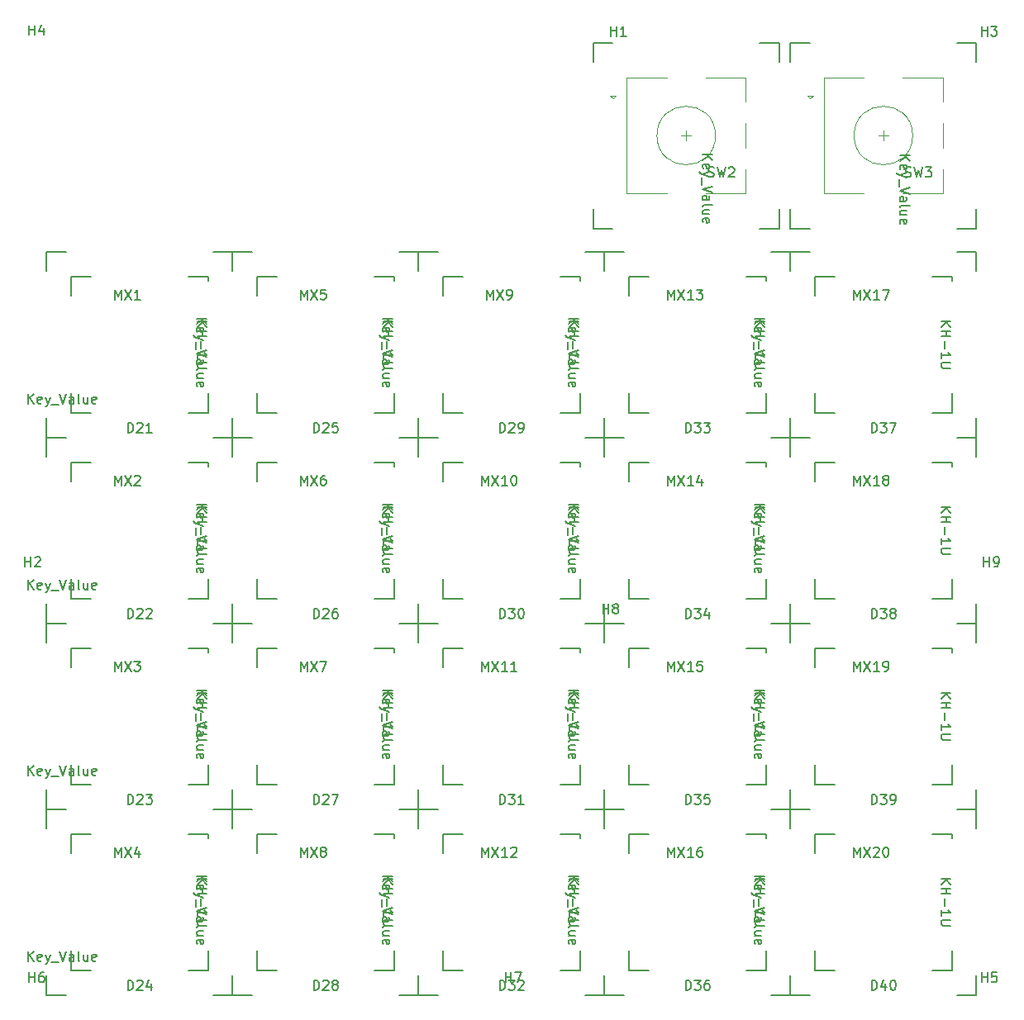
<source format=gbr>
%TF.GenerationSoftware,KiCad,Pcbnew,(6.0.4)*%
%TF.CreationDate,2022-05-24T19:18:06+02:00*%
%TF.ProjectId,MacroBoard-rounded,4d616372-6f42-46f6-9172-642d726f756e,rev?*%
%TF.SameCoordinates,Original*%
%TF.FileFunction,Legend,Top*%
%TF.FilePolarity,Positive*%
%FSLAX46Y46*%
G04 Gerber Fmt 4.6, Leading zero omitted, Abs format (unit mm)*
G04 Created by KiCad (PCBNEW (6.0.4)) date 2022-05-24 19:18:06*
%MOMM*%
%LPD*%
G01*
G04 APERTURE LIST*
%ADD10C,0.150000*%
%ADD11C,0.120000*%
G04 APERTURE END LIST*
D10*
%TO.C,D21*%
X79754464Y-74102380D02*
X79754464Y-73102380D01*
X79992559Y-73102380D01*
X80135416Y-73150000D01*
X80230654Y-73245238D01*
X80278273Y-73340476D01*
X80325892Y-73530952D01*
X80325892Y-73673809D01*
X80278273Y-73864285D01*
X80230654Y-73959523D01*
X80135416Y-74054761D01*
X79992559Y-74102380D01*
X79754464Y-74102380D01*
X80706845Y-73197619D02*
X80754464Y-73150000D01*
X80849702Y-73102380D01*
X81087797Y-73102380D01*
X81183035Y-73150000D01*
X81230654Y-73197619D01*
X81278273Y-73292857D01*
X81278273Y-73388095D01*
X81230654Y-73530952D01*
X80659226Y-74102380D01*
X81278273Y-74102380D01*
X82230654Y-74102380D02*
X81659226Y-74102380D01*
X81944940Y-74102380D02*
X81944940Y-73102380D01*
X81849702Y-73245238D01*
X81754464Y-73340476D01*
X81659226Y-73388095D01*
%TO.C,MX10*%
X124960119Y-81732738D02*
X125960119Y-81732738D01*
X124960119Y-82304166D02*
X125531547Y-81875595D01*
X125960119Y-82304166D02*
X125388690Y-81732738D01*
X124960119Y-82732738D02*
X125960119Y-82732738D01*
X125483928Y-82732738D02*
X125483928Y-83304166D01*
X124960119Y-83304166D02*
X125960119Y-83304166D01*
X125341071Y-83780357D02*
X125341071Y-84542261D01*
X124960119Y-85542261D02*
X124960119Y-84970833D01*
X124960119Y-85256547D02*
X125960119Y-85256547D01*
X125817261Y-85161309D01*
X125722023Y-85066071D01*
X125674404Y-84970833D01*
X125960119Y-85970833D02*
X125150595Y-85970833D01*
X125055357Y-86018452D01*
X125007738Y-86066071D01*
X124960119Y-86161309D01*
X124960119Y-86351785D01*
X125007738Y-86447023D01*
X125055357Y-86494642D01*
X125150595Y-86542261D01*
X125960119Y-86542261D01*
X116030595Y-79509880D02*
X116030595Y-78509880D01*
X116363928Y-79224166D01*
X116697261Y-78509880D01*
X116697261Y-79509880D01*
X117078214Y-78509880D02*
X117744880Y-79509880D01*
X117744880Y-78509880D02*
X117078214Y-79509880D01*
X118649642Y-79509880D02*
X118078214Y-79509880D01*
X118363928Y-79509880D02*
X118363928Y-78509880D01*
X118268690Y-78652738D01*
X118173452Y-78747976D01*
X118078214Y-78795595D01*
X119268690Y-78509880D02*
X119363928Y-78509880D01*
X119459166Y-78557500D01*
X119506785Y-78605119D01*
X119554404Y-78700357D01*
X119602023Y-78890833D01*
X119602023Y-79128928D01*
X119554404Y-79319404D01*
X119506785Y-79414642D01*
X119459166Y-79462261D01*
X119363928Y-79509880D01*
X119268690Y-79509880D01*
X119173452Y-79462261D01*
X119125833Y-79414642D01*
X119078214Y-79319404D01*
X119030595Y-79128928D01*
X119030595Y-78890833D01*
X119078214Y-78700357D01*
X119125833Y-78605119D01*
X119173452Y-78557500D01*
X119268690Y-78509880D01*
%TO.C,D37*%
X155954464Y-74102380D02*
X155954464Y-73102380D01*
X156192559Y-73102380D01*
X156335416Y-73150000D01*
X156430654Y-73245238D01*
X156478273Y-73340476D01*
X156525892Y-73530952D01*
X156525892Y-73673809D01*
X156478273Y-73864285D01*
X156430654Y-73959523D01*
X156335416Y-74054761D01*
X156192559Y-74102380D01*
X155954464Y-74102380D01*
X156859226Y-73102380D02*
X157478273Y-73102380D01*
X157144940Y-73483333D01*
X157287797Y-73483333D01*
X157383035Y-73530952D01*
X157430654Y-73578571D01*
X157478273Y-73673809D01*
X157478273Y-73911904D01*
X157430654Y-74007142D01*
X157383035Y-74054761D01*
X157287797Y-74102380D01*
X157002083Y-74102380D01*
X156906845Y-74054761D01*
X156859226Y-74007142D01*
X157811607Y-73102380D02*
X158478273Y-73102380D01*
X158049702Y-74102380D01*
%TO.C,SW3*%
X159429166Y-47861011D02*
X159572023Y-47908630D01*
X159810119Y-47908630D01*
X159905357Y-47861011D01*
X159952976Y-47813392D01*
X160000595Y-47718154D01*
X160000595Y-47622916D01*
X159952976Y-47527678D01*
X159905357Y-47480059D01*
X159810119Y-47432440D01*
X159619642Y-47384821D01*
X159524404Y-47337202D01*
X159476785Y-47289583D01*
X159429166Y-47194345D01*
X159429166Y-47099107D01*
X159476785Y-47003869D01*
X159524404Y-46956250D01*
X159619642Y-46908630D01*
X159857738Y-46908630D01*
X160000595Y-46956250D01*
X160333928Y-46908630D02*
X160572023Y-47908630D01*
X160762500Y-47194345D01*
X160952976Y-47908630D01*
X161191071Y-46908630D01*
X161476785Y-46908630D02*
X162095833Y-46908630D01*
X161762500Y-47289583D01*
X161905357Y-47289583D01*
X162000595Y-47337202D01*
X162048214Y-47384821D01*
X162095833Y-47480059D01*
X162095833Y-47718154D01*
X162048214Y-47813392D01*
X162000595Y-47861011D01*
X161905357Y-47908630D01*
X161619642Y-47908630D01*
X161524404Y-47861011D01*
X161476785Y-47813392D01*
%TO.C,MX18*%
X163060119Y-81732738D02*
X164060119Y-81732738D01*
X163060119Y-82304166D02*
X163631547Y-81875595D01*
X164060119Y-82304166D02*
X163488690Y-81732738D01*
X163060119Y-82732738D02*
X164060119Y-82732738D01*
X163583928Y-82732738D02*
X163583928Y-83304166D01*
X163060119Y-83304166D02*
X164060119Y-83304166D01*
X163441071Y-83780357D02*
X163441071Y-84542261D01*
X163060119Y-85542261D02*
X163060119Y-84970833D01*
X163060119Y-85256547D02*
X164060119Y-85256547D01*
X163917261Y-85161309D01*
X163822023Y-85066071D01*
X163774404Y-84970833D01*
X164060119Y-85970833D02*
X163250595Y-85970833D01*
X163155357Y-86018452D01*
X163107738Y-86066071D01*
X163060119Y-86161309D01*
X163060119Y-86351785D01*
X163107738Y-86447023D01*
X163155357Y-86494642D01*
X163250595Y-86542261D01*
X164060119Y-86542261D01*
X154130595Y-79509880D02*
X154130595Y-78509880D01*
X154463928Y-79224166D01*
X154797261Y-78509880D01*
X154797261Y-79509880D01*
X155178214Y-78509880D02*
X155844880Y-79509880D01*
X155844880Y-78509880D02*
X155178214Y-79509880D01*
X156749642Y-79509880D02*
X156178214Y-79509880D01*
X156463928Y-79509880D02*
X156463928Y-78509880D01*
X156368690Y-78652738D01*
X156273452Y-78747976D01*
X156178214Y-78795595D01*
X157321071Y-78938452D02*
X157225833Y-78890833D01*
X157178214Y-78843214D01*
X157130595Y-78747976D01*
X157130595Y-78700357D01*
X157178214Y-78605119D01*
X157225833Y-78557500D01*
X157321071Y-78509880D01*
X157511547Y-78509880D01*
X157606785Y-78557500D01*
X157654404Y-78605119D01*
X157702023Y-78700357D01*
X157702023Y-78747976D01*
X157654404Y-78843214D01*
X157606785Y-78890833D01*
X157511547Y-78938452D01*
X157321071Y-78938452D01*
X157225833Y-78986071D01*
X157178214Y-79033690D01*
X157130595Y-79128928D01*
X157130595Y-79319404D01*
X157178214Y-79414642D01*
X157225833Y-79462261D01*
X157321071Y-79509880D01*
X157511547Y-79509880D01*
X157606785Y-79462261D01*
X157654404Y-79414642D01*
X157702023Y-79319404D01*
X157702023Y-79128928D01*
X157654404Y-79033690D01*
X157606785Y-78986071D01*
X157511547Y-78938452D01*
%TO.C,H1*%
X129238095Y-33452380D02*
X129238095Y-32452380D01*
X129238095Y-32928571D02*
X129809523Y-32928571D01*
X129809523Y-33452380D02*
X129809523Y-32452380D01*
X130809523Y-33452380D02*
X130238095Y-33452380D01*
X130523809Y-33452380D02*
X130523809Y-32452380D01*
X130428571Y-32595238D01*
X130333333Y-32690476D01*
X130238095Y-32738095D01*
%TO.C,MX5*%
X105910119Y-62682738D02*
X106910119Y-62682738D01*
X105910119Y-63254166D02*
X106481547Y-62825595D01*
X106910119Y-63254166D02*
X106338690Y-62682738D01*
X105910119Y-63682738D02*
X106910119Y-63682738D01*
X106433928Y-63682738D02*
X106433928Y-64254166D01*
X105910119Y-64254166D02*
X106910119Y-64254166D01*
X106291071Y-64730357D02*
X106291071Y-65492261D01*
X105910119Y-66492261D02*
X105910119Y-65920833D01*
X105910119Y-66206547D02*
X106910119Y-66206547D01*
X106767261Y-66111309D01*
X106672023Y-66016071D01*
X106624404Y-65920833D01*
X106910119Y-66920833D02*
X106100595Y-66920833D01*
X106005357Y-66968452D01*
X105957738Y-67016071D01*
X105910119Y-67111309D01*
X105910119Y-67301785D01*
X105957738Y-67397023D01*
X106005357Y-67444642D01*
X106100595Y-67492261D01*
X106910119Y-67492261D01*
X97456785Y-60459880D02*
X97456785Y-59459880D01*
X97790119Y-60174166D01*
X98123452Y-59459880D01*
X98123452Y-60459880D01*
X98504404Y-59459880D02*
X99171071Y-60459880D01*
X99171071Y-59459880D02*
X98504404Y-60459880D01*
X100028214Y-59459880D02*
X99552023Y-59459880D01*
X99504404Y-59936071D01*
X99552023Y-59888452D01*
X99647261Y-59840833D01*
X99885357Y-59840833D01*
X99980595Y-59888452D01*
X100028214Y-59936071D01*
X100075833Y-60031309D01*
X100075833Y-60269404D01*
X100028214Y-60364642D01*
X99980595Y-60412261D01*
X99885357Y-60459880D01*
X99647261Y-60459880D01*
X99552023Y-60412261D01*
X99504404Y-60364642D01*
%TO.C,D32*%
X117854464Y-131252380D02*
X117854464Y-130252380D01*
X118092559Y-130252380D01*
X118235416Y-130300000D01*
X118330654Y-130395238D01*
X118378273Y-130490476D01*
X118425892Y-130680952D01*
X118425892Y-130823809D01*
X118378273Y-131014285D01*
X118330654Y-131109523D01*
X118235416Y-131204761D01*
X118092559Y-131252380D01*
X117854464Y-131252380D01*
X118759226Y-130252380D02*
X119378273Y-130252380D01*
X119044940Y-130633333D01*
X119187797Y-130633333D01*
X119283035Y-130680952D01*
X119330654Y-130728571D01*
X119378273Y-130823809D01*
X119378273Y-131061904D01*
X119330654Y-131157142D01*
X119283035Y-131204761D01*
X119187797Y-131252380D01*
X118902083Y-131252380D01*
X118806845Y-131204761D01*
X118759226Y-131157142D01*
X119759226Y-130347619D02*
X119806845Y-130300000D01*
X119902083Y-130252380D01*
X120140178Y-130252380D01*
X120235416Y-130300000D01*
X120283035Y-130347619D01*
X120330654Y-130442857D01*
X120330654Y-130538095D01*
X120283035Y-130680952D01*
X119711607Y-131252380D01*
X120330654Y-131252380D01*
%TO.C,D34*%
X136904464Y-93152380D02*
X136904464Y-92152380D01*
X137142559Y-92152380D01*
X137285416Y-92200000D01*
X137380654Y-92295238D01*
X137428273Y-92390476D01*
X137475892Y-92580952D01*
X137475892Y-92723809D01*
X137428273Y-92914285D01*
X137380654Y-93009523D01*
X137285416Y-93104761D01*
X137142559Y-93152380D01*
X136904464Y-93152380D01*
X137809226Y-92152380D02*
X138428273Y-92152380D01*
X138094940Y-92533333D01*
X138237797Y-92533333D01*
X138333035Y-92580952D01*
X138380654Y-92628571D01*
X138428273Y-92723809D01*
X138428273Y-92961904D01*
X138380654Y-93057142D01*
X138333035Y-93104761D01*
X138237797Y-93152380D01*
X137952083Y-93152380D01*
X137856845Y-93104761D01*
X137809226Y-93057142D01*
X139285416Y-92485714D02*
X139285416Y-93152380D01*
X139047321Y-92104761D02*
X138809226Y-92819047D01*
X139428273Y-92819047D01*
%TO.C,H8*%
X128438095Y-92652380D02*
X128438095Y-91652380D01*
X128438095Y-92128571D02*
X129009523Y-92128571D01*
X129009523Y-92652380D02*
X129009523Y-91652380D01*
X129628571Y-92080952D02*
X129533333Y-92033333D01*
X129485714Y-91985714D01*
X129438095Y-91890476D01*
X129438095Y-91842857D01*
X129485714Y-91747619D01*
X129533333Y-91700000D01*
X129628571Y-91652380D01*
X129819047Y-91652380D01*
X129914285Y-91700000D01*
X129961904Y-91747619D01*
X130009523Y-91842857D01*
X130009523Y-91890476D01*
X129961904Y-91985714D01*
X129914285Y-92033333D01*
X129819047Y-92080952D01*
X129628571Y-92080952D01*
X129533333Y-92128571D01*
X129485714Y-92176190D01*
X129438095Y-92271428D01*
X129438095Y-92461904D01*
X129485714Y-92557142D01*
X129533333Y-92604761D01*
X129628571Y-92652380D01*
X129819047Y-92652380D01*
X129914285Y-92604761D01*
X129961904Y-92557142D01*
X130009523Y-92461904D01*
X130009523Y-92271428D01*
X129961904Y-92176190D01*
X129914285Y-92128571D01*
X129819047Y-92080952D01*
%TO.C,D23*%
X79754464Y-112202380D02*
X79754464Y-111202380D01*
X79992559Y-111202380D01*
X80135416Y-111250000D01*
X80230654Y-111345238D01*
X80278273Y-111440476D01*
X80325892Y-111630952D01*
X80325892Y-111773809D01*
X80278273Y-111964285D01*
X80230654Y-112059523D01*
X80135416Y-112154761D01*
X79992559Y-112202380D01*
X79754464Y-112202380D01*
X80706845Y-111297619D02*
X80754464Y-111250000D01*
X80849702Y-111202380D01*
X81087797Y-111202380D01*
X81183035Y-111250000D01*
X81230654Y-111297619D01*
X81278273Y-111392857D01*
X81278273Y-111488095D01*
X81230654Y-111630952D01*
X80659226Y-112202380D01*
X81278273Y-112202380D01*
X81611607Y-111202380D02*
X82230654Y-111202380D01*
X81897321Y-111583333D01*
X82040178Y-111583333D01*
X82135416Y-111630952D01*
X82183035Y-111678571D01*
X82230654Y-111773809D01*
X82230654Y-112011904D01*
X82183035Y-112107142D01*
X82135416Y-112154761D01*
X82040178Y-112202380D01*
X81754464Y-112202380D01*
X81659226Y-112154761D01*
X81611607Y-112107142D01*
%TO.C,D25*%
X98804464Y-74102380D02*
X98804464Y-73102380D01*
X99042559Y-73102380D01*
X99185416Y-73150000D01*
X99280654Y-73245238D01*
X99328273Y-73340476D01*
X99375892Y-73530952D01*
X99375892Y-73673809D01*
X99328273Y-73864285D01*
X99280654Y-73959523D01*
X99185416Y-74054761D01*
X99042559Y-74102380D01*
X98804464Y-74102380D01*
X99756845Y-73197619D02*
X99804464Y-73150000D01*
X99899702Y-73102380D01*
X100137797Y-73102380D01*
X100233035Y-73150000D01*
X100280654Y-73197619D01*
X100328273Y-73292857D01*
X100328273Y-73388095D01*
X100280654Y-73530952D01*
X99709226Y-74102380D01*
X100328273Y-74102380D01*
X101233035Y-73102380D02*
X100756845Y-73102380D01*
X100709226Y-73578571D01*
X100756845Y-73530952D01*
X100852083Y-73483333D01*
X101090178Y-73483333D01*
X101185416Y-73530952D01*
X101233035Y-73578571D01*
X101280654Y-73673809D01*
X101280654Y-73911904D01*
X101233035Y-74007142D01*
X101185416Y-74054761D01*
X101090178Y-74102380D01*
X100852083Y-74102380D01*
X100756845Y-74054761D01*
X100709226Y-74007142D01*
%TO.C,H5*%
X167238095Y-130452380D02*
X167238095Y-129452380D01*
X167238095Y-129928571D02*
X167809523Y-129928571D01*
X167809523Y-130452380D02*
X167809523Y-129452380D01*
X168761904Y-129452380D02*
X168285714Y-129452380D01*
X168238095Y-129928571D01*
X168285714Y-129880952D01*
X168380952Y-129833333D01*
X168619047Y-129833333D01*
X168714285Y-129880952D01*
X168761904Y-129928571D01*
X168809523Y-130023809D01*
X168809523Y-130261904D01*
X168761904Y-130357142D01*
X168714285Y-130404761D01*
X168619047Y-130452380D01*
X168380952Y-130452380D01*
X168285714Y-130404761D01*
X168238095Y-130357142D01*
%TO.C,H4*%
X69638095Y-33352380D02*
X69638095Y-32352380D01*
X69638095Y-32828571D02*
X70209523Y-32828571D01*
X70209523Y-33352380D02*
X70209523Y-32352380D01*
X71114285Y-32685714D02*
X71114285Y-33352380D01*
X70876190Y-32304761D02*
X70638095Y-33019047D01*
X71257142Y-33019047D01*
%TO.C,MX20*%
X154130595Y-117609880D02*
X154130595Y-116609880D01*
X154463928Y-117324166D01*
X154797261Y-116609880D01*
X154797261Y-117609880D01*
X155178214Y-116609880D02*
X155844880Y-117609880D01*
X155844880Y-116609880D02*
X155178214Y-117609880D01*
X156178214Y-116705119D02*
X156225833Y-116657500D01*
X156321071Y-116609880D01*
X156559166Y-116609880D01*
X156654404Y-116657500D01*
X156702023Y-116705119D01*
X156749642Y-116800357D01*
X156749642Y-116895595D01*
X156702023Y-117038452D01*
X156130595Y-117609880D01*
X156749642Y-117609880D01*
X157368690Y-116609880D02*
X157463928Y-116609880D01*
X157559166Y-116657500D01*
X157606785Y-116705119D01*
X157654404Y-116800357D01*
X157702023Y-116990833D01*
X157702023Y-117228928D01*
X157654404Y-117419404D01*
X157606785Y-117514642D01*
X157559166Y-117562261D01*
X157463928Y-117609880D01*
X157368690Y-117609880D01*
X157273452Y-117562261D01*
X157225833Y-117514642D01*
X157178214Y-117419404D01*
X157130595Y-117228928D01*
X157130595Y-116990833D01*
X157178214Y-116800357D01*
X157225833Y-116705119D01*
X157273452Y-116657500D01*
X157368690Y-116609880D01*
X163060119Y-119832738D02*
X164060119Y-119832738D01*
X163060119Y-120404166D02*
X163631547Y-119975595D01*
X164060119Y-120404166D02*
X163488690Y-119832738D01*
X163060119Y-120832738D02*
X164060119Y-120832738D01*
X163583928Y-120832738D02*
X163583928Y-121404166D01*
X163060119Y-121404166D02*
X164060119Y-121404166D01*
X163441071Y-121880357D02*
X163441071Y-122642261D01*
X163060119Y-123642261D02*
X163060119Y-123070833D01*
X163060119Y-123356547D02*
X164060119Y-123356547D01*
X163917261Y-123261309D01*
X163822023Y-123166071D01*
X163774404Y-123070833D01*
X164060119Y-124070833D02*
X163250595Y-124070833D01*
X163155357Y-124118452D01*
X163107738Y-124166071D01*
X163060119Y-124261309D01*
X163060119Y-124451785D01*
X163107738Y-124547023D01*
X163155357Y-124594642D01*
X163250595Y-124642261D01*
X164060119Y-124642261D01*
%TO.C,MX2*%
X86860119Y-81732738D02*
X87860119Y-81732738D01*
X86860119Y-82304166D02*
X87431547Y-81875595D01*
X87860119Y-82304166D02*
X87288690Y-81732738D01*
X86860119Y-82732738D02*
X87860119Y-82732738D01*
X87383928Y-82732738D02*
X87383928Y-83304166D01*
X86860119Y-83304166D02*
X87860119Y-83304166D01*
X87241071Y-83780357D02*
X87241071Y-84542261D01*
X86860119Y-85542261D02*
X86860119Y-84970833D01*
X86860119Y-85256547D02*
X87860119Y-85256547D01*
X87717261Y-85161309D01*
X87622023Y-85066071D01*
X87574404Y-84970833D01*
X87860119Y-85970833D02*
X87050595Y-85970833D01*
X86955357Y-86018452D01*
X86907738Y-86066071D01*
X86860119Y-86161309D01*
X86860119Y-86351785D01*
X86907738Y-86447023D01*
X86955357Y-86494642D01*
X87050595Y-86542261D01*
X87860119Y-86542261D01*
X78406785Y-79509880D02*
X78406785Y-78509880D01*
X78740119Y-79224166D01*
X79073452Y-78509880D01*
X79073452Y-79509880D01*
X79454404Y-78509880D02*
X80121071Y-79509880D01*
X80121071Y-78509880D02*
X79454404Y-79509880D01*
X80454404Y-78605119D02*
X80502023Y-78557500D01*
X80597261Y-78509880D01*
X80835357Y-78509880D01*
X80930595Y-78557500D01*
X80978214Y-78605119D01*
X81025833Y-78700357D01*
X81025833Y-78795595D01*
X80978214Y-78938452D01*
X80406785Y-79509880D01*
X81025833Y-79509880D01*
%TO.C,MX7*%
X105910119Y-100782738D02*
X106910119Y-100782738D01*
X105910119Y-101354166D02*
X106481547Y-100925595D01*
X106910119Y-101354166D02*
X106338690Y-100782738D01*
X105910119Y-101782738D02*
X106910119Y-101782738D01*
X106433928Y-101782738D02*
X106433928Y-102354166D01*
X105910119Y-102354166D02*
X106910119Y-102354166D01*
X106291071Y-102830357D02*
X106291071Y-103592261D01*
X105910119Y-104592261D02*
X105910119Y-104020833D01*
X105910119Y-104306547D02*
X106910119Y-104306547D01*
X106767261Y-104211309D01*
X106672023Y-104116071D01*
X106624404Y-104020833D01*
X106910119Y-105020833D02*
X106100595Y-105020833D01*
X106005357Y-105068452D01*
X105957738Y-105116071D01*
X105910119Y-105211309D01*
X105910119Y-105401785D01*
X105957738Y-105497023D01*
X106005357Y-105544642D01*
X106100595Y-105592261D01*
X106910119Y-105592261D01*
X97456785Y-98559880D02*
X97456785Y-97559880D01*
X97790119Y-98274166D01*
X98123452Y-97559880D01*
X98123452Y-98559880D01*
X98504404Y-97559880D02*
X99171071Y-98559880D01*
X99171071Y-97559880D02*
X98504404Y-98559880D01*
X99456785Y-97559880D02*
X100123452Y-97559880D01*
X99694880Y-98559880D01*
%TO.C,MX1*%
X78406785Y-60459880D02*
X78406785Y-59459880D01*
X78740119Y-60174166D01*
X79073452Y-59459880D01*
X79073452Y-60459880D01*
X79454404Y-59459880D02*
X80121071Y-60459880D01*
X80121071Y-59459880D02*
X79454404Y-60459880D01*
X81025833Y-60459880D02*
X80454404Y-60459880D01*
X80740119Y-60459880D02*
X80740119Y-59459880D01*
X80644880Y-59602738D01*
X80549642Y-59697976D01*
X80454404Y-59745595D01*
X86860119Y-62682738D02*
X87860119Y-62682738D01*
X86860119Y-63254166D02*
X87431547Y-62825595D01*
X87860119Y-63254166D02*
X87288690Y-62682738D01*
X86860119Y-63682738D02*
X87860119Y-63682738D01*
X87383928Y-63682738D02*
X87383928Y-64254166D01*
X86860119Y-64254166D02*
X87860119Y-64254166D01*
X87241071Y-64730357D02*
X87241071Y-65492261D01*
X86860119Y-66492261D02*
X86860119Y-65920833D01*
X86860119Y-66206547D02*
X87860119Y-66206547D01*
X87717261Y-66111309D01*
X87622023Y-66016071D01*
X87574404Y-65920833D01*
X87860119Y-66920833D02*
X87050595Y-66920833D01*
X86955357Y-66968452D01*
X86907738Y-67016071D01*
X86860119Y-67111309D01*
X86860119Y-67301785D01*
X86907738Y-67397023D01*
X86955357Y-67444642D01*
X87050595Y-67492261D01*
X87860119Y-67492261D01*
%TO.C,MX3*%
X86860119Y-100782738D02*
X87860119Y-100782738D01*
X86860119Y-101354166D02*
X87431547Y-100925595D01*
X87860119Y-101354166D02*
X87288690Y-100782738D01*
X86860119Y-101782738D02*
X87860119Y-101782738D01*
X87383928Y-101782738D02*
X87383928Y-102354166D01*
X86860119Y-102354166D02*
X87860119Y-102354166D01*
X87241071Y-102830357D02*
X87241071Y-103592261D01*
X86860119Y-104592261D02*
X86860119Y-104020833D01*
X86860119Y-104306547D02*
X87860119Y-104306547D01*
X87717261Y-104211309D01*
X87622023Y-104116071D01*
X87574404Y-104020833D01*
X87860119Y-105020833D02*
X87050595Y-105020833D01*
X86955357Y-105068452D01*
X86907738Y-105116071D01*
X86860119Y-105211309D01*
X86860119Y-105401785D01*
X86907738Y-105497023D01*
X86955357Y-105544642D01*
X87050595Y-105592261D01*
X87860119Y-105592261D01*
X78406785Y-98559880D02*
X78406785Y-97559880D01*
X78740119Y-98274166D01*
X79073452Y-97559880D01*
X79073452Y-98559880D01*
X79454404Y-97559880D02*
X80121071Y-98559880D01*
X80121071Y-97559880D02*
X79454404Y-98559880D01*
X80406785Y-97559880D02*
X81025833Y-97559880D01*
X80692500Y-97940833D01*
X80835357Y-97940833D01*
X80930595Y-97988452D01*
X80978214Y-98036071D01*
X81025833Y-98131309D01*
X81025833Y-98369404D01*
X80978214Y-98464642D01*
X80930595Y-98512261D01*
X80835357Y-98559880D01*
X80549642Y-98559880D01*
X80454404Y-98512261D01*
X80406785Y-98464642D01*
%TO.C,MX6*%
X105910119Y-81732738D02*
X106910119Y-81732738D01*
X105910119Y-82304166D02*
X106481547Y-81875595D01*
X106910119Y-82304166D02*
X106338690Y-81732738D01*
X105910119Y-82732738D02*
X106910119Y-82732738D01*
X106433928Y-82732738D02*
X106433928Y-83304166D01*
X105910119Y-83304166D02*
X106910119Y-83304166D01*
X106291071Y-83780357D02*
X106291071Y-84542261D01*
X105910119Y-85542261D02*
X105910119Y-84970833D01*
X105910119Y-85256547D02*
X106910119Y-85256547D01*
X106767261Y-85161309D01*
X106672023Y-85066071D01*
X106624404Y-84970833D01*
X106910119Y-85970833D02*
X106100595Y-85970833D01*
X106005357Y-86018452D01*
X105957738Y-86066071D01*
X105910119Y-86161309D01*
X105910119Y-86351785D01*
X105957738Y-86447023D01*
X106005357Y-86494642D01*
X106100595Y-86542261D01*
X106910119Y-86542261D01*
X97456785Y-79509880D02*
X97456785Y-78509880D01*
X97790119Y-79224166D01*
X98123452Y-78509880D01*
X98123452Y-79509880D01*
X98504404Y-78509880D02*
X99171071Y-79509880D01*
X99171071Y-78509880D02*
X98504404Y-79509880D01*
X99980595Y-78509880D02*
X99790119Y-78509880D01*
X99694880Y-78557500D01*
X99647261Y-78605119D01*
X99552023Y-78747976D01*
X99504404Y-78938452D01*
X99504404Y-79319404D01*
X99552023Y-79414642D01*
X99599642Y-79462261D01*
X99694880Y-79509880D01*
X99885357Y-79509880D01*
X99980595Y-79462261D01*
X100028214Y-79414642D01*
X100075833Y-79319404D01*
X100075833Y-79081309D01*
X100028214Y-78986071D01*
X99980595Y-78938452D01*
X99885357Y-78890833D01*
X99694880Y-78890833D01*
X99599642Y-78938452D01*
X99552023Y-78986071D01*
X99504404Y-79081309D01*
%TO.C,MX17*%
X163060119Y-62682738D02*
X164060119Y-62682738D01*
X163060119Y-63254166D02*
X163631547Y-62825595D01*
X164060119Y-63254166D02*
X163488690Y-62682738D01*
X163060119Y-63682738D02*
X164060119Y-63682738D01*
X163583928Y-63682738D02*
X163583928Y-64254166D01*
X163060119Y-64254166D02*
X164060119Y-64254166D01*
X163441071Y-64730357D02*
X163441071Y-65492261D01*
X163060119Y-66492261D02*
X163060119Y-65920833D01*
X163060119Y-66206547D02*
X164060119Y-66206547D01*
X163917261Y-66111309D01*
X163822023Y-66016071D01*
X163774404Y-65920833D01*
X164060119Y-66920833D02*
X163250595Y-66920833D01*
X163155357Y-66968452D01*
X163107738Y-67016071D01*
X163060119Y-67111309D01*
X163060119Y-67301785D01*
X163107738Y-67397023D01*
X163155357Y-67444642D01*
X163250595Y-67492261D01*
X164060119Y-67492261D01*
X154130595Y-60459880D02*
X154130595Y-59459880D01*
X154463928Y-60174166D01*
X154797261Y-59459880D01*
X154797261Y-60459880D01*
X155178214Y-59459880D02*
X155844880Y-60459880D01*
X155844880Y-59459880D02*
X155178214Y-60459880D01*
X156749642Y-60459880D02*
X156178214Y-60459880D01*
X156463928Y-60459880D02*
X156463928Y-59459880D01*
X156368690Y-59602738D01*
X156273452Y-59697976D01*
X156178214Y-59745595D01*
X157082976Y-59459880D02*
X157749642Y-59459880D01*
X157321071Y-60459880D01*
%TO.C,MX11*%
X124960119Y-100782738D02*
X125960119Y-100782738D01*
X124960119Y-101354166D02*
X125531547Y-100925595D01*
X125960119Y-101354166D02*
X125388690Y-100782738D01*
X124960119Y-101782738D02*
X125960119Y-101782738D01*
X125483928Y-101782738D02*
X125483928Y-102354166D01*
X124960119Y-102354166D02*
X125960119Y-102354166D01*
X125341071Y-102830357D02*
X125341071Y-103592261D01*
X124960119Y-104592261D02*
X124960119Y-104020833D01*
X124960119Y-104306547D02*
X125960119Y-104306547D01*
X125817261Y-104211309D01*
X125722023Y-104116071D01*
X125674404Y-104020833D01*
X125960119Y-105020833D02*
X125150595Y-105020833D01*
X125055357Y-105068452D01*
X125007738Y-105116071D01*
X124960119Y-105211309D01*
X124960119Y-105401785D01*
X125007738Y-105497023D01*
X125055357Y-105544642D01*
X125150595Y-105592261D01*
X125960119Y-105592261D01*
X116030595Y-98559880D02*
X116030595Y-97559880D01*
X116363928Y-98274166D01*
X116697261Y-97559880D01*
X116697261Y-98559880D01*
X117078214Y-97559880D02*
X117744880Y-98559880D01*
X117744880Y-97559880D02*
X117078214Y-98559880D01*
X118649642Y-98559880D02*
X118078214Y-98559880D01*
X118363928Y-98559880D02*
X118363928Y-97559880D01*
X118268690Y-97702738D01*
X118173452Y-97797976D01*
X118078214Y-97845595D01*
X119602023Y-98559880D02*
X119030595Y-98559880D01*
X119316309Y-98559880D02*
X119316309Y-97559880D01*
X119221071Y-97702738D01*
X119125833Y-97797976D01*
X119030595Y-97845595D01*
%TO.C,MX9*%
X116506785Y-60459880D02*
X116506785Y-59459880D01*
X116840119Y-60174166D01*
X117173452Y-59459880D01*
X117173452Y-60459880D01*
X117554404Y-59459880D02*
X118221071Y-60459880D01*
X118221071Y-59459880D02*
X117554404Y-60459880D01*
X118649642Y-60459880D02*
X118840119Y-60459880D01*
X118935357Y-60412261D01*
X118982976Y-60364642D01*
X119078214Y-60221785D01*
X119125833Y-60031309D01*
X119125833Y-59650357D01*
X119078214Y-59555119D01*
X119030595Y-59507500D01*
X118935357Y-59459880D01*
X118744880Y-59459880D01*
X118649642Y-59507500D01*
X118602023Y-59555119D01*
X118554404Y-59650357D01*
X118554404Y-59888452D01*
X118602023Y-59983690D01*
X118649642Y-60031309D01*
X118744880Y-60078928D01*
X118935357Y-60078928D01*
X119030595Y-60031309D01*
X119078214Y-59983690D01*
X119125833Y-59888452D01*
X124960119Y-62682738D02*
X125960119Y-62682738D01*
X124960119Y-63254166D02*
X125531547Y-62825595D01*
X125960119Y-63254166D02*
X125388690Y-62682738D01*
X124960119Y-63682738D02*
X125960119Y-63682738D01*
X125483928Y-63682738D02*
X125483928Y-64254166D01*
X124960119Y-64254166D02*
X125960119Y-64254166D01*
X125341071Y-64730357D02*
X125341071Y-65492261D01*
X124960119Y-66492261D02*
X124960119Y-65920833D01*
X124960119Y-66206547D02*
X125960119Y-66206547D01*
X125817261Y-66111309D01*
X125722023Y-66016071D01*
X125674404Y-65920833D01*
X125960119Y-66920833D02*
X125150595Y-66920833D01*
X125055357Y-66968452D01*
X125007738Y-67016071D01*
X124960119Y-67111309D01*
X124960119Y-67301785D01*
X125007738Y-67397023D01*
X125055357Y-67444642D01*
X125150595Y-67492261D01*
X125960119Y-67492261D01*
%TO.C,MX16*%
X135080595Y-117609880D02*
X135080595Y-116609880D01*
X135413928Y-117324166D01*
X135747261Y-116609880D01*
X135747261Y-117609880D01*
X136128214Y-116609880D02*
X136794880Y-117609880D01*
X136794880Y-116609880D02*
X136128214Y-117609880D01*
X137699642Y-117609880D02*
X137128214Y-117609880D01*
X137413928Y-117609880D02*
X137413928Y-116609880D01*
X137318690Y-116752738D01*
X137223452Y-116847976D01*
X137128214Y-116895595D01*
X138556785Y-116609880D02*
X138366309Y-116609880D01*
X138271071Y-116657500D01*
X138223452Y-116705119D01*
X138128214Y-116847976D01*
X138080595Y-117038452D01*
X138080595Y-117419404D01*
X138128214Y-117514642D01*
X138175833Y-117562261D01*
X138271071Y-117609880D01*
X138461547Y-117609880D01*
X138556785Y-117562261D01*
X138604404Y-117514642D01*
X138652023Y-117419404D01*
X138652023Y-117181309D01*
X138604404Y-117086071D01*
X138556785Y-117038452D01*
X138461547Y-116990833D01*
X138271071Y-116990833D01*
X138175833Y-117038452D01*
X138128214Y-117086071D01*
X138080595Y-117181309D01*
X144010119Y-119832738D02*
X145010119Y-119832738D01*
X144010119Y-120404166D02*
X144581547Y-119975595D01*
X145010119Y-120404166D02*
X144438690Y-119832738D01*
X144010119Y-120832738D02*
X145010119Y-120832738D01*
X144533928Y-120832738D02*
X144533928Y-121404166D01*
X144010119Y-121404166D02*
X145010119Y-121404166D01*
X144391071Y-121880357D02*
X144391071Y-122642261D01*
X144010119Y-123642261D02*
X144010119Y-123070833D01*
X144010119Y-123356547D02*
X145010119Y-123356547D01*
X144867261Y-123261309D01*
X144772023Y-123166071D01*
X144724404Y-123070833D01*
X145010119Y-124070833D02*
X144200595Y-124070833D01*
X144105357Y-124118452D01*
X144057738Y-124166071D01*
X144010119Y-124261309D01*
X144010119Y-124451785D01*
X144057738Y-124547023D01*
X144105357Y-124594642D01*
X144200595Y-124642261D01*
X145010119Y-124642261D01*
%TO.C,D26*%
X98804464Y-93152380D02*
X98804464Y-92152380D01*
X99042559Y-92152380D01*
X99185416Y-92200000D01*
X99280654Y-92295238D01*
X99328273Y-92390476D01*
X99375892Y-92580952D01*
X99375892Y-92723809D01*
X99328273Y-92914285D01*
X99280654Y-93009523D01*
X99185416Y-93104761D01*
X99042559Y-93152380D01*
X98804464Y-93152380D01*
X99756845Y-92247619D02*
X99804464Y-92200000D01*
X99899702Y-92152380D01*
X100137797Y-92152380D01*
X100233035Y-92200000D01*
X100280654Y-92247619D01*
X100328273Y-92342857D01*
X100328273Y-92438095D01*
X100280654Y-92580952D01*
X99709226Y-93152380D01*
X100328273Y-93152380D01*
X101185416Y-92152380D02*
X100994940Y-92152380D01*
X100899702Y-92200000D01*
X100852083Y-92247619D01*
X100756845Y-92390476D01*
X100709226Y-92580952D01*
X100709226Y-92961904D01*
X100756845Y-93057142D01*
X100804464Y-93104761D01*
X100899702Y-93152380D01*
X101090178Y-93152380D01*
X101185416Y-93104761D01*
X101233035Y-93057142D01*
X101280654Y-92961904D01*
X101280654Y-92723809D01*
X101233035Y-92628571D01*
X101185416Y-92580952D01*
X101090178Y-92533333D01*
X100899702Y-92533333D01*
X100804464Y-92580952D01*
X100756845Y-92628571D01*
X100709226Y-92723809D01*
%TO.C,H7*%
X118438095Y-130452380D02*
X118438095Y-129452380D01*
X118438095Y-129928571D02*
X119009523Y-129928571D01*
X119009523Y-130452380D02*
X119009523Y-129452380D01*
X119390476Y-129452380D02*
X120057142Y-129452380D01*
X119628571Y-130452380D01*
%TO.C,D38*%
X155954464Y-93152380D02*
X155954464Y-92152380D01*
X156192559Y-92152380D01*
X156335416Y-92200000D01*
X156430654Y-92295238D01*
X156478273Y-92390476D01*
X156525892Y-92580952D01*
X156525892Y-92723809D01*
X156478273Y-92914285D01*
X156430654Y-93009523D01*
X156335416Y-93104761D01*
X156192559Y-93152380D01*
X155954464Y-93152380D01*
X156859226Y-92152380D02*
X157478273Y-92152380D01*
X157144940Y-92533333D01*
X157287797Y-92533333D01*
X157383035Y-92580952D01*
X157430654Y-92628571D01*
X157478273Y-92723809D01*
X157478273Y-92961904D01*
X157430654Y-93057142D01*
X157383035Y-93104761D01*
X157287797Y-93152380D01*
X157002083Y-93152380D01*
X156906845Y-93104761D01*
X156859226Y-93057142D01*
X158049702Y-92580952D02*
X157954464Y-92533333D01*
X157906845Y-92485714D01*
X157859226Y-92390476D01*
X157859226Y-92342857D01*
X157906845Y-92247619D01*
X157954464Y-92200000D01*
X158049702Y-92152380D01*
X158240178Y-92152380D01*
X158335416Y-92200000D01*
X158383035Y-92247619D01*
X158430654Y-92342857D01*
X158430654Y-92390476D01*
X158383035Y-92485714D01*
X158335416Y-92533333D01*
X158240178Y-92580952D01*
X158049702Y-92580952D01*
X157954464Y-92628571D01*
X157906845Y-92676190D01*
X157859226Y-92771428D01*
X157859226Y-92961904D01*
X157906845Y-93057142D01*
X157954464Y-93104761D01*
X158049702Y-93152380D01*
X158240178Y-93152380D01*
X158335416Y-93104761D01*
X158383035Y-93057142D01*
X158430654Y-92961904D01*
X158430654Y-92771428D01*
X158383035Y-92676190D01*
X158335416Y-92628571D01*
X158240178Y-92580952D01*
%TO.C,D24*%
X79754464Y-131252380D02*
X79754464Y-130252380D01*
X79992559Y-130252380D01*
X80135416Y-130300000D01*
X80230654Y-130395238D01*
X80278273Y-130490476D01*
X80325892Y-130680952D01*
X80325892Y-130823809D01*
X80278273Y-131014285D01*
X80230654Y-131109523D01*
X80135416Y-131204761D01*
X79992559Y-131252380D01*
X79754464Y-131252380D01*
X80706845Y-130347619D02*
X80754464Y-130300000D01*
X80849702Y-130252380D01*
X81087797Y-130252380D01*
X81183035Y-130300000D01*
X81230654Y-130347619D01*
X81278273Y-130442857D01*
X81278273Y-130538095D01*
X81230654Y-130680952D01*
X80659226Y-131252380D01*
X81278273Y-131252380D01*
X82135416Y-130585714D02*
X82135416Y-131252380D01*
X81897321Y-130204761D02*
X81659226Y-130919047D01*
X82278273Y-130919047D01*
%TO.C,D22*%
X79754464Y-93152380D02*
X79754464Y-92152380D01*
X79992559Y-92152380D01*
X80135416Y-92200000D01*
X80230654Y-92295238D01*
X80278273Y-92390476D01*
X80325892Y-92580952D01*
X80325892Y-92723809D01*
X80278273Y-92914285D01*
X80230654Y-93009523D01*
X80135416Y-93104761D01*
X79992559Y-93152380D01*
X79754464Y-93152380D01*
X80706845Y-92247619D02*
X80754464Y-92200000D01*
X80849702Y-92152380D01*
X81087797Y-92152380D01*
X81183035Y-92200000D01*
X81230654Y-92247619D01*
X81278273Y-92342857D01*
X81278273Y-92438095D01*
X81230654Y-92580952D01*
X80659226Y-93152380D01*
X81278273Y-93152380D01*
X81659226Y-92247619D02*
X81706845Y-92200000D01*
X81802083Y-92152380D01*
X82040178Y-92152380D01*
X82135416Y-92200000D01*
X82183035Y-92247619D01*
X82230654Y-92342857D01*
X82230654Y-92438095D01*
X82183035Y-92580952D01*
X81611607Y-93152380D01*
X82230654Y-93152380D01*
%TO.C,D36*%
X136904464Y-131252380D02*
X136904464Y-130252380D01*
X137142559Y-130252380D01*
X137285416Y-130300000D01*
X137380654Y-130395238D01*
X137428273Y-130490476D01*
X137475892Y-130680952D01*
X137475892Y-130823809D01*
X137428273Y-131014285D01*
X137380654Y-131109523D01*
X137285416Y-131204761D01*
X137142559Y-131252380D01*
X136904464Y-131252380D01*
X137809226Y-130252380D02*
X138428273Y-130252380D01*
X138094940Y-130633333D01*
X138237797Y-130633333D01*
X138333035Y-130680952D01*
X138380654Y-130728571D01*
X138428273Y-130823809D01*
X138428273Y-131061904D01*
X138380654Y-131157142D01*
X138333035Y-131204761D01*
X138237797Y-131252380D01*
X137952083Y-131252380D01*
X137856845Y-131204761D01*
X137809226Y-131157142D01*
X139285416Y-130252380D02*
X139094940Y-130252380D01*
X138999702Y-130300000D01*
X138952083Y-130347619D01*
X138856845Y-130490476D01*
X138809226Y-130680952D01*
X138809226Y-131061904D01*
X138856845Y-131157142D01*
X138904464Y-131204761D01*
X138999702Y-131252380D01*
X139190178Y-131252380D01*
X139285416Y-131204761D01*
X139333035Y-131157142D01*
X139380654Y-131061904D01*
X139380654Y-130823809D01*
X139333035Y-130728571D01*
X139285416Y-130680952D01*
X139190178Y-130633333D01*
X138999702Y-130633333D01*
X138904464Y-130680952D01*
X138856845Y-130728571D01*
X138809226Y-130823809D01*
%TO.C,MX19*%
X154130595Y-98559880D02*
X154130595Y-97559880D01*
X154463928Y-98274166D01*
X154797261Y-97559880D01*
X154797261Y-98559880D01*
X155178214Y-97559880D02*
X155844880Y-98559880D01*
X155844880Y-97559880D02*
X155178214Y-98559880D01*
X156749642Y-98559880D02*
X156178214Y-98559880D01*
X156463928Y-98559880D02*
X156463928Y-97559880D01*
X156368690Y-97702738D01*
X156273452Y-97797976D01*
X156178214Y-97845595D01*
X157225833Y-98559880D02*
X157416309Y-98559880D01*
X157511547Y-98512261D01*
X157559166Y-98464642D01*
X157654404Y-98321785D01*
X157702023Y-98131309D01*
X157702023Y-97750357D01*
X157654404Y-97655119D01*
X157606785Y-97607500D01*
X157511547Y-97559880D01*
X157321071Y-97559880D01*
X157225833Y-97607500D01*
X157178214Y-97655119D01*
X157130595Y-97750357D01*
X157130595Y-97988452D01*
X157178214Y-98083690D01*
X157225833Y-98131309D01*
X157321071Y-98178928D01*
X157511547Y-98178928D01*
X157606785Y-98131309D01*
X157654404Y-98083690D01*
X157702023Y-97988452D01*
X163060119Y-100782738D02*
X164060119Y-100782738D01*
X163060119Y-101354166D02*
X163631547Y-100925595D01*
X164060119Y-101354166D02*
X163488690Y-100782738D01*
X163060119Y-101782738D02*
X164060119Y-101782738D01*
X163583928Y-101782738D02*
X163583928Y-102354166D01*
X163060119Y-102354166D02*
X164060119Y-102354166D01*
X163441071Y-102830357D02*
X163441071Y-103592261D01*
X163060119Y-104592261D02*
X163060119Y-104020833D01*
X163060119Y-104306547D02*
X164060119Y-104306547D01*
X163917261Y-104211309D01*
X163822023Y-104116071D01*
X163774404Y-104020833D01*
X164060119Y-105020833D02*
X163250595Y-105020833D01*
X163155357Y-105068452D01*
X163107738Y-105116071D01*
X163060119Y-105211309D01*
X163060119Y-105401785D01*
X163107738Y-105497023D01*
X163155357Y-105544642D01*
X163250595Y-105592261D01*
X164060119Y-105592261D01*
%TO.C,MX12*%
X124960119Y-119832738D02*
X125960119Y-119832738D01*
X124960119Y-120404166D02*
X125531547Y-119975595D01*
X125960119Y-120404166D02*
X125388690Y-119832738D01*
X124960119Y-120832738D02*
X125960119Y-120832738D01*
X125483928Y-120832738D02*
X125483928Y-121404166D01*
X124960119Y-121404166D02*
X125960119Y-121404166D01*
X125341071Y-121880357D02*
X125341071Y-122642261D01*
X124960119Y-123642261D02*
X124960119Y-123070833D01*
X124960119Y-123356547D02*
X125960119Y-123356547D01*
X125817261Y-123261309D01*
X125722023Y-123166071D01*
X125674404Y-123070833D01*
X125960119Y-124070833D02*
X125150595Y-124070833D01*
X125055357Y-124118452D01*
X125007738Y-124166071D01*
X124960119Y-124261309D01*
X124960119Y-124451785D01*
X125007738Y-124547023D01*
X125055357Y-124594642D01*
X125150595Y-124642261D01*
X125960119Y-124642261D01*
X116030595Y-117609880D02*
X116030595Y-116609880D01*
X116363928Y-117324166D01*
X116697261Y-116609880D01*
X116697261Y-117609880D01*
X117078214Y-116609880D02*
X117744880Y-117609880D01*
X117744880Y-116609880D02*
X117078214Y-117609880D01*
X118649642Y-117609880D02*
X118078214Y-117609880D01*
X118363928Y-117609880D02*
X118363928Y-116609880D01*
X118268690Y-116752738D01*
X118173452Y-116847976D01*
X118078214Y-116895595D01*
X119030595Y-116705119D02*
X119078214Y-116657500D01*
X119173452Y-116609880D01*
X119411547Y-116609880D01*
X119506785Y-116657500D01*
X119554404Y-116705119D01*
X119602023Y-116800357D01*
X119602023Y-116895595D01*
X119554404Y-117038452D01*
X118982976Y-117609880D01*
X119602023Y-117609880D01*
%TO.C,D33*%
X136904464Y-74102380D02*
X136904464Y-73102380D01*
X137142559Y-73102380D01*
X137285416Y-73150000D01*
X137380654Y-73245238D01*
X137428273Y-73340476D01*
X137475892Y-73530952D01*
X137475892Y-73673809D01*
X137428273Y-73864285D01*
X137380654Y-73959523D01*
X137285416Y-74054761D01*
X137142559Y-74102380D01*
X136904464Y-74102380D01*
X137809226Y-73102380D02*
X138428273Y-73102380D01*
X138094940Y-73483333D01*
X138237797Y-73483333D01*
X138333035Y-73530952D01*
X138380654Y-73578571D01*
X138428273Y-73673809D01*
X138428273Y-73911904D01*
X138380654Y-74007142D01*
X138333035Y-74054761D01*
X138237797Y-74102380D01*
X137952083Y-74102380D01*
X137856845Y-74054761D01*
X137809226Y-74007142D01*
X138761607Y-73102380D02*
X139380654Y-73102380D01*
X139047321Y-73483333D01*
X139190178Y-73483333D01*
X139285416Y-73530952D01*
X139333035Y-73578571D01*
X139380654Y-73673809D01*
X139380654Y-73911904D01*
X139333035Y-74007142D01*
X139285416Y-74054761D01*
X139190178Y-74102380D01*
X138904464Y-74102380D01*
X138809226Y-74054761D01*
X138761607Y-74007142D01*
%TO.C,MX8*%
X97456785Y-117609880D02*
X97456785Y-116609880D01*
X97790119Y-117324166D01*
X98123452Y-116609880D01*
X98123452Y-117609880D01*
X98504404Y-116609880D02*
X99171071Y-117609880D01*
X99171071Y-116609880D02*
X98504404Y-117609880D01*
X99694880Y-117038452D02*
X99599642Y-116990833D01*
X99552023Y-116943214D01*
X99504404Y-116847976D01*
X99504404Y-116800357D01*
X99552023Y-116705119D01*
X99599642Y-116657500D01*
X99694880Y-116609880D01*
X99885357Y-116609880D01*
X99980595Y-116657500D01*
X100028214Y-116705119D01*
X100075833Y-116800357D01*
X100075833Y-116847976D01*
X100028214Y-116943214D01*
X99980595Y-116990833D01*
X99885357Y-117038452D01*
X99694880Y-117038452D01*
X99599642Y-117086071D01*
X99552023Y-117133690D01*
X99504404Y-117228928D01*
X99504404Y-117419404D01*
X99552023Y-117514642D01*
X99599642Y-117562261D01*
X99694880Y-117609880D01*
X99885357Y-117609880D01*
X99980595Y-117562261D01*
X100028214Y-117514642D01*
X100075833Y-117419404D01*
X100075833Y-117228928D01*
X100028214Y-117133690D01*
X99980595Y-117086071D01*
X99885357Y-117038452D01*
X105910119Y-119832738D02*
X106910119Y-119832738D01*
X105910119Y-120404166D02*
X106481547Y-119975595D01*
X106910119Y-120404166D02*
X106338690Y-119832738D01*
X105910119Y-120832738D02*
X106910119Y-120832738D01*
X106433928Y-120832738D02*
X106433928Y-121404166D01*
X105910119Y-121404166D02*
X106910119Y-121404166D01*
X106291071Y-121880357D02*
X106291071Y-122642261D01*
X105910119Y-123642261D02*
X105910119Y-123070833D01*
X105910119Y-123356547D02*
X106910119Y-123356547D01*
X106767261Y-123261309D01*
X106672023Y-123166071D01*
X106624404Y-123070833D01*
X106910119Y-124070833D02*
X106100595Y-124070833D01*
X106005357Y-124118452D01*
X105957738Y-124166071D01*
X105910119Y-124261309D01*
X105910119Y-124451785D01*
X105957738Y-124547023D01*
X106005357Y-124594642D01*
X106100595Y-124642261D01*
X106910119Y-124642261D01*
%TO.C,H6*%
X69638095Y-130452380D02*
X69638095Y-129452380D01*
X69638095Y-129928571D02*
X70209523Y-129928571D01*
X70209523Y-130452380D02*
X70209523Y-129452380D01*
X71114285Y-129452380D02*
X70923809Y-129452380D01*
X70828571Y-129500000D01*
X70780952Y-129547619D01*
X70685714Y-129690476D01*
X70638095Y-129880952D01*
X70638095Y-130261904D01*
X70685714Y-130357142D01*
X70733333Y-130404761D01*
X70828571Y-130452380D01*
X71019047Y-130452380D01*
X71114285Y-130404761D01*
X71161904Y-130357142D01*
X71209523Y-130261904D01*
X71209523Y-130023809D01*
X71161904Y-129928571D01*
X71114285Y-129880952D01*
X71019047Y-129833333D01*
X70828571Y-129833333D01*
X70733333Y-129880952D01*
X70685714Y-129928571D01*
X70638095Y-130023809D01*
%TO.C,D39*%
X155954464Y-112202380D02*
X155954464Y-111202380D01*
X156192559Y-111202380D01*
X156335416Y-111250000D01*
X156430654Y-111345238D01*
X156478273Y-111440476D01*
X156525892Y-111630952D01*
X156525892Y-111773809D01*
X156478273Y-111964285D01*
X156430654Y-112059523D01*
X156335416Y-112154761D01*
X156192559Y-112202380D01*
X155954464Y-112202380D01*
X156859226Y-111202380D02*
X157478273Y-111202380D01*
X157144940Y-111583333D01*
X157287797Y-111583333D01*
X157383035Y-111630952D01*
X157430654Y-111678571D01*
X157478273Y-111773809D01*
X157478273Y-112011904D01*
X157430654Y-112107142D01*
X157383035Y-112154761D01*
X157287797Y-112202380D01*
X157002083Y-112202380D01*
X156906845Y-112154761D01*
X156859226Y-112107142D01*
X157954464Y-112202380D02*
X158144940Y-112202380D01*
X158240178Y-112154761D01*
X158287797Y-112107142D01*
X158383035Y-111964285D01*
X158430654Y-111773809D01*
X158430654Y-111392857D01*
X158383035Y-111297619D01*
X158335416Y-111250000D01*
X158240178Y-111202380D01*
X158049702Y-111202380D01*
X157954464Y-111250000D01*
X157906845Y-111297619D01*
X157859226Y-111392857D01*
X157859226Y-111630952D01*
X157906845Y-111726190D01*
X157954464Y-111773809D01*
X158049702Y-111821428D01*
X158240178Y-111821428D01*
X158335416Y-111773809D01*
X158383035Y-111726190D01*
X158430654Y-111630952D01*
%TO.C,H3*%
X167238095Y-33452380D02*
X167238095Y-32452380D01*
X167238095Y-32928571D02*
X167809523Y-32928571D01*
X167809523Y-33452380D02*
X167809523Y-32452380D01*
X168190476Y-32452380D02*
X168809523Y-32452380D01*
X168476190Y-32833333D01*
X168619047Y-32833333D01*
X168714285Y-32880952D01*
X168761904Y-32928571D01*
X168809523Y-33023809D01*
X168809523Y-33261904D01*
X168761904Y-33357142D01*
X168714285Y-33404761D01*
X168619047Y-33452380D01*
X168333333Y-33452380D01*
X168238095Y-33404761D01*
X168190476Y-33357142D01*
%TO.C,D30*%
X117854464Y-93152380D02*
X117854464Y-92152380D01*
X118092559Y-92152380D01*
X118235416Y-92200000D01*
X118330654Y-92295238D01*
X118378273Y-92390476D01*
X118425892Y-92580952D01*
X118425892Y-92723809D01*
X118378273Y-92914285D01*
X118330654Y-93009523D01*
X118235416Y-93104761D01*
X118092559Y-93152380D01*
X117854464Y-93152380D01*
X118759226Y-92152380D02*
X119378273Y-92152380D01*
X119044940Y-92533333D01*
X119187797Y-92533333D01*
X119283035Y-92580952D01*
X119330654Y-92628571D01*
X119378273Y-92723809D01*
X119378273Y-92961904D01*
X119330654Y-93057142D01*
X119283035Y-93104761D01*
X119187797Y-93152380D01*
X118902083Y-93152380D01*
X118806845Y-93104761D01*
X118759226Y-93057142D01*
X119997321Y-92152380D02*
X120092559Y-92152380D01*
X120187797Y-92200000D01*
X120235416Y-92247619D01*
X120283035Y-92342857D01*
X120330654Y-92533333D01*
X120330654Y-92771428D01*
X120283035Y-92961904D01*
X120235416Y-93057142D01*
X120187797Y-93104761D01*
X120092559Y-93152380D01*
X119997321Y-93152380D01*
X119902083Y-93104761D01*
X119854464Y-93057142D01*
X119806845Y-92961904D01*
X119759226Y-92771428D01*
X119759226Y-92533333D01*
X119806845Y-92342857D01*
X119854464Y-92247619D01*
X119902083Y-92200000D01*
X119997321Y-92152380D01*
%TO.C,MX4*%
X86860119Y-119832738D02*
X87860119Y-119832738D01*
X86860119Y-120404166D02*
X87431547Y-119975595D01*
X87860119Y-120404166D02*
X87288690Y-119832738D01*
X86860119Y-120832738D02*
X87860119Y-120832738D01*
X87383928Y-120832738D02*
X87383928Y-121404166D01*
X86860119Y-121404166D02*
X87860119Y-121404166D01*
X87241071Y-121880357D02*
X87241071Y-122642261D01*
X86860119Y-123642261D02*
X86860119Y-123070833D01*
X86860119Y-123356547D02*
X87860119Y-123356547D01*
X87717261Y-123261309D01*
X87622023Y-123166071D01*
X87574404Y-123070833D01*
X87860119Y-124070833D02*
X87050595Y-124070833D01*
X86955357Y-124118452D01*
X86907738Y-124166071D01*
X86860119Y-124261309D01*
X86860119Y-124451785D01*
X86907738Y-124547023D01*
X86955357Y-124594642D01*
X87050595Y-124642261D01*
X87860119Y-124642261D01*
X78406785Y-117609880D02*
X78406785Y-116609880D01*
X78740119Y-117324166D01*
X79073452Y-116609880D01*
X79073452Y-117609880D01*
X79454404Y-116609880D02*
X80121071Y-117609880D01*
X80121071Y-116609880D02*
X79454404Y-117609880D01*
X80930595Y-116943214D02*
X80930595Y-117609880D01*
X80692500Y-116562261D02*
X80454404Y-117276547D01*
X81073452Y-117276547D01*
%TO.C,D27*%
X98804464Y-112202380D02*
X98804464Y-111202380D01*
X99042559Y-111202380D01*
X99185416Y-111250000D01*
X99280654Y-111345238D01*
X99328273Y-111440476D01*
X99375892Y-111630952D01*
X99375892Y-111773809D01*
X99328273Y-111964285D01*
X99280654Y-112059523D01*
X99185416Y-112154761D01*
X99042559Y-112202380D01*
X98804464Y-112202380D01*
X99756845Y-111297619D02*
X99804464Y-111250000D01*
X99899702Y-111202380D01*
X100137797Y-111202380D01*
X100233035Y-111250000D01*
X100280654Y-111297619D01*
X100328273Y-111392857D01*
X100328273Y-111488095D01*
X100280654Y-111630952D01*
X99709226Y-112202380D01*
X100328273Y-112202380D01*
X100661607Y-111202380D02*
X101328273Y-111202380D01*
X100899702Y-112202380D01*
%TO.C,D40*%
X155954464Y-131252380D02*
X155954464Y-130252380D01*
X156192559Y-130252380D01*
X156335416Y-130300000D01*
X156430654Y-130395238D01*
X156478273Y-130490476D01*
X156525892Y-130680952D01*
X156525892Y-130823809D01*
X156478273Y-131014285D01*
X156430654Y-131109523D01*
X156335416Y-131204761D01*
X156192559Y-131252380D01*
X155954464Y-131252380D01*
X157383035Y-130585714D02*
X157383035Y-131252380D01*
X157144940Y-130204761D02*
X156906845Y-130919047D01*
X157525892Y-130919047D01*
X158097321Y-130252380D02*
X158192559Y-130252380D01*
X158287797Y-130300000D01*
X158335416Y-130347619D01*
X158383035Y-130442857D01*
X158430654Y-130633333D01*
X158430654Y-130871428D01*
X158383035Y-131061904D01*
X158335416Y-131157142D01*
X158287797Y-131204761D01*
X158192559Y-131252380D01*
X158097321Y-131252380D01*
X158002083Y-131204761D01*
X157954464Y-131157142D01*
X157906845Y-131061904D01*
X157859226Y-130871428D01*
X157859226Y-130633333D01*
X157906845Y-130442857D01*
X157954464Y-130347619D01*
X158002083Y-130300000D01*
X158097321Y-130252380D01*
%TO.C,MX14*%
X144010119Y-81732738D02*
X145010119Y-81732738D01*
X144010119Y-82304166D02*
X144581547Y-81875595D01*
X145010119Y-82304166D02*
X144438690Y-81732738D01*
X144010119Y-82732738D02*
X145010119Y-82732738D01*
X144533928Y-82732738D02*
X144533928Y-83304166D01*
X144010119Y-83304166D02*
X145010119Y-83304166D01*
X144391071Y-83780357D02*
X144391071Y-84542261D01*
X144010119Y-85542261D02*
X144010119Y-84970833D01*
X144010119Y-85256547D02*
X145010119Y-85256547D01*
X144867261Y-85161309D01*
X144772023Y-85066071D01*
X144724404Y-84970833D01*
X145010119Y-85970833D02*
X144200595Y-85970833D01*
X144105357Y-86018452D01*
X144057738Y-86066071D01*
X144010119Y-86161309D01*
X144010119Y-86351785D01*
X144057738Y-86447023D01*
X144105357Y-86494642D01*
X144200595Y-86542261D01*
X145010119Y-86542261D01*
X135080595Y-79509880D02*
X135080595Y-78509880D01*
X135413928Y-79224166D01*
X135747261Y-78509880D01*
X135747261Y-79509880D01*
X136128214Y-78509880D02*
X136794880Y-79509880D01*
X136794880Y-78509880D02*
X136128214Y-79509880D01*
X137699642Y-79509880D02*
X137128214Y-79509880D01*
X137413928Y-79509880D02*
X137413928Y-78509880D01*
X137318690Y-78652738D01*
X137223452Y-78747976D01*
X137128214Y-78795595D01*
X138556785Y-78843214D02*
X138556785Y-79509880D01*
X138318690Y-78462261D02*
X138080595Y-79176547D01*
X138699642Y-79176547D01*
%TO.C,D29*%
X117854464Y-74102380D02*
X117854464Y-73102380D01*
X118092559Y-73102380D01*
X118235416Y-73150000D01*
X118330654Y-73245238D01*
X118378273Y-73340476D01*
X118425892Y-73530952D01*
X118425892Y-73673809D01*
X118378273Y-73864285D01*
X118330654Y-73959523D01*
X118235416Y-74054761D01*
X118092559Y-74102380D01*
X117854464Y-74102380D01*
X118806845Y-73197619D02*
X118854464Y-73150000D01*
X118949702Y-73102380D01*
X119187797Y-73102380D01*
X119283035Y-73150000D01*
X119330654Y-73197619D01*
X119378273Y-73292857D01*
X119378273Y-73388095D01*
X119330654Y-73530952D01*
X118759226Y-74102380D01*
X119378273Y-74102380D01*
X119854464Y-74102380D02*
X120044940Y-74102380D01*
X120140178Y-74054761D01*
X120187797Y-74007142D01*
X120283035Y-73864285D01*
X120330654Y-73673809D01*
X120330654Y-73292857D01*
X120283035Y-73197619D01*
X120235416Y-73150000D01*
X120140178Y-73102380D01*
X119949702Y-73102380D01*
X119854464Y-73150000D01*
X119806845Y-73197619D01*
X119759226Y-73292857D01*
X119759226Y-73530952D01*
X119806845Y-73626190D01*
X119854464Y-73673809D01*
X119949702Y-73721428D01*
X120140178Y-73721428D01*
X120235416Y-73673809D01*
X120283035Y-73626190D01*
X120330654Y-73530952D01*
%TO.C,H2*%
X69238095Y-87852380D02*
X69238095Y-86852380D01*
X69238095Y-87328571D02*
X69809523Y-87328571D01*
X69809523Y-87852380D02*
X69809523Y-86852380D01*
X70238095Y-86947619D02*
X70285714Y-86900000D01*
X70380952Y-86852380D01*
X70619047Y-86852380D01*
X70714285Y-86900000D01*
X70761904Y-86947619D01*
X70809523Y-87042857D01*
X70809523Y-87138095D01*
X70761904Y-87280952D01*
X70190476Y-87852380D01*
X70809523Y-87852380D01*
%TO.C,H9*%
X167438095Y-87852380D02*
X167438095Y-86852380D01*
X167438095Y-87328571D02*
X168009523Y-87328571D01*
X168009523Y-87852380D02*
X168009523Y-86852380D01*
X168533333Y-87852380D02*
X168723809Y-87852380D01*
X168819047Y-87804761D01*
X168866666Y-87757142D01*
X168961904Y-87614285D01*
X169009523Y-87423809D01*
X169009523Y-87042857D01*
X168961904Y-86947619D01*
X168914285Y-86900000D01*
X168819047Y-86852380D01*
X168628571Y-86852380D01*
X168533333Y-86900000D01*
X168485714Y-86947619D01*
X168438095Y-87042857D01*
X168438095Y-87280952D01*
X168485714Y-87376190D01*
X168533333Y-87423809D01*
X168628571Y-87471428D01*
X168819047Y-87471428D01*
X168914285Y-87423809D01*
X168961904Y-87376190D01*
X169009523Y-87280952D01*
%TO.C,SW2*%
X139229166Y-47861011D02*
X139372023Y-47908630D01*
X139610119Y-47908630D01*
X139705357Y-47861011D01*
X139752976Y-47813392D01*
X139800595Y-47718154D01*
X139800595Y-47622916D01*
X139752976Y-47527678D01*
X139705357Y-47480059D01*
X139610119Y-47432440D01*
X139419642Y-47384821D01*
X139324404Y-47337202D01*
X139276785Y-47289583D01*
X139229166Y-47194345D01*
X139229166Y-47099107D01*
X139276785Y-47003869D01*
X139324404Y-46956250D01*
X139419642Y-46908630D01*
X139657738Y-46908630D01*
X139800595Y-46956250D01*
X140133928Y-46908630D02*
X140372023Y-47908630D01*
X140562500Y-47194345D01*
X140752976Y-47908630D01*
X140991071Y-46908630D01*
X141324404Y-47003869D02*
X141372023Y-46956250D01*
X141467261Y-46908630D01*
X141705357Y-46908630D01*
X141800595Y-46956250D01*
X141848214Y-47003869D01*
X141895833Y-47099107D01*
X141895833Y-47194345D01*
X141848214Y-47337202D01*
X141276785Y-47908630D01*
X141895833Y-47908630D01*
%TO.C,MX13*%
X135080595Y-60459880D02*
X135080595Y-59459880D01*
X135413928Y-60174166D01*
X135747261Y-59459880D01*
X135747261Y-60459880D01*
X136128214Y-59459880D02*
X136794880Y-60459880D01*
X136794880Y-59459880D02*
X136128214Y-60459880D01*
X137699642Y-60459880D02*
X137128214Y-60459880D01*
X137413928Y-60459880D02*
X137413928Y-59459880D01*
X137318690Y-59602738D01*
X137223452Y-59697976D01*
X137128214Y-59745595D01*
X138032976Y-59459880D02*
X138652023Y-59459880D01*
X138318690Y-59840833D01*
X138461547Y-59840833D01*
X138556785Y-59888452D01*
X138604404Y-59936071D01*
X138652023Y-60031309D01*
X138652023Y-60269404D01*
X138604404Y-60364642D01*
X138556785Y-60412261D01*
X138461547Y-60459880D01*
X138175833Y-60459880D01*
X138080595Y-60412261D01*
X138032976Y-60364642D01*
X144010119Y-62682738D02*
X145010119Y-62682738D01*
X144010119Y-63254166D02*
X144581547Y-62825595D01*
X145010119Y-63254166D02*
X144438690Y-62682738D01*
X144010119Y-63682738D02*
X145010119Y-63682738D01*
X144533928Y-63682738D02*
X144533928Y-64254166D01*
X144010119Y-64254166D02*
X145010119Y-64254166D01*
X144391071Y-64730357D02*
X144391071Y-65492261D01*
X144010119Y-66492261D02*
X144010119Y-65920833D01*
X144010119Y-66206547D02*
X145010119Y-66206547D01*
X144867261Y-66111309D01*
X144772023Y-66016071D01*
X144724404Y-65920833D01*
X145010119Y-66920833D02*
X144200595Y-66920833D01*
X144105357Y-66968452D01*
X144057738Y-67016071D01*
X144010119Y-67111309D01*
X144010119Y-67301785D01*
X144057738Y-67397023D01*
X144105357Y-67444642D01*
X144200595Y-67492261D01*
X145010119Y-67492261D01*
%TO.C,MX15*%
X144010119Y-100782738D02*
X145010119Y-100782738D01*
X144010119Y-101354166D02*
X144581547Y-100925595D01*
X145010119Y-101354166D02*
X144438690Y-100782738D01*
X144010119Y-101782738D02*
X145010119Y-101782738D01*
X144533928Y-101782738D02*
X144533928Y-102354166D01*
X144010119Y-102354166D02*
X145010119Y-102354166D01*
X144391071Y-102830357D02*
X144391071Y-103592261D01*
X144010119Y-104592261D02*
X144010119Y-104020833D01*
X144010119Y-104306547D02*
X145010119Y-104306547D01*
X144867261Y-104211309D01*
X144772023Y-104116071D01*
X144724404Y-104020833D01*
X145010119Y-105020833D02*
X144200595Y-105020833D01*
X144105357Y-105068452D01*
X144057738Y-105116071D01*
X144010119Y-105211309D01*
X144010119Y-105401785D01*
X144057738Y-105497023D01*
X144105357Y-105544642D01*
X144200595Y-105592261D01*
X145010119Y-105592261D01*
X135080595Y-98559880D02*
X135080595Y-97559880D01*
X135413928Y-98274166D01*
X135747261Y-97559880D01*
X135747261Y-98559880D01*
X136128214Y-97559880D02*
X136794880Y-98559880D01*
X136794880Y-97559880D02*
X136128214Y-98559880D01*
X137699642Y-98559880D02*
X137128214Y-98559880D01*
X137413928Y-98559880D02*
X137413928Y-97559880D01*
X137318690Y-97702738D01*
X137223452Y-97797976D01*
X137128214Y-97845595D01*
X138604404Y-97559880D02*
X138128214Y-97559880D01*
X138080595Y-98036071D01*
X138128214Y-97988452D01*
X138223452Y-97940833D01*
X138461547Y-97940833D01*
X138556785Y-97988452D01*
X138604404Y-98036071D01*
X138652023Y-98131309D01*
X138652023Y-98369404D01*
X138604404Y-98464642D01*
X138556785Y-98512261D01*
X138461547Y-98559880D01*
X138223452Y-98559880D01*
X138128214Y-98512261D01*
X138080595Y-98464642D01*
%TO.C,D35*%
X136904464Y-112202380D02*
X136904464Y-111202380D01*
X137142559Y-111202380D01*
X137285416Y-111250000D01*
X137380654Y-111345238D01*
X137428273Y-111440476D01*
X137475892Y-111630952D01*
X137475892Y-111773809D01*
X137428273Y-111964285D01*
X137380654Y-112059523D01*
X137285416Y-112154761D01*
X137142559Y-112202380D01*
X136904464Y-112202380D01*
X137809226Y-111202380D02*
X138428273Y-111202380D01*
X138094940Y-111583333D01*
X138237797Y-111583333D01*
X138333035Y-111630952D01*
X138380654Y-111678571D01*
X138428273Y-111773809D01*
X138428273Y-112011904D01*
X138380654Y-112107142D01*
X138333035Y-112154761D01*
X138237797Y-112202380D01*
X137952083Y-112202380D01*
X137856845Y-112154761D01*
X137809226Y-112107142D01*
X139333035Y-111202380D02*
X138856845Y-111202380D01*
X138809226Y-111678571D01*
X138856845Y-111630952D01*
X138952083Y-111583333D01*
X139190178Y-111583333D01*
X139285416Y-111630952D01*
X139333035Y-111678571D01*
X139380654Y-111773809D01*
X139380654Y-112011904D01*
X139333035Y-112107142D01*
X139285416Y-112154761D01*
X139190178Y-112202380D01*
X138952083Y-112202380D01*
X138856845Y-112154761D01*
X138809226Y-112107142D01*
%TO.C,D28*%
X98804464Y-131252380D02*
X98804464Y-130252380D01*
X99042559Y-130252380D01*
X99185416Y-130300000D01*
X99280654Y-130395238D01*
X99328273Y-130490476D01*
X99375892Y-130680952D01*
X99375892Y-130823809D01*
X99328273Y-131014285D01*
X99280654Y-131109523D01*
X99185416Y-131204761D01*
X99042559Y-131252380D01*
X98804464Y-131252380D01*
X99756845Y-130347619D02*
X99804464Y-130300000D01*
X99899702Y-130252380D01*
X100137797Y-130252380D01*
X100233035Y-130300000D01*
X100280654Y-130347619D01*
X100328273Y-130442857D01*
X100328273Y-130538095D01*
X100280654Y-130680952D01*
X99709226Y-131252380D01*
X100328273Y-131252380D01*
X100899702Y-130680952D02*
X100804464Y-130633333D01*
X100756845Y-130585714D01*
X100709226Y-130490476D01*
X100709226Y-130442857D01*
X100756845Y-130347619D01*
X100804464Y-130300000D01*
X100899702Y-130252380D01*
X101090178Y-130252380D01*
X101185416Y-130300000D01*
X101233035Y-130347619D01*
X101280654Y-130442857D01*
X101280654Y-130490476D01*
X101233035Y-130585714D01*
X101185416Y-130633333D01*
X101090178Y-130680952D01*
X100899702Y-130680952D01*
X100804464Y-130728571D01*
X100756845Y-130776190D01*
X100709226Y-130871428D01*
X100709226Y-131061904D01*
X100756845Y-131157142D01*
X100804464Y-131204761D01*
X100899702Y-131252380D01*
X101090178Y-131252380D01*
X101185416Y-131204761D01*
X101233035Y-131157142D01*
X101280654Y-131061904D01*
X101280654Y-130871428D01*
X101233035Y-130776190D01*
X101185416Y-130728571D01*
X101090178Y-130680952D01*
%TO.C,D31*%
X117854464Y-112202380D02*
X117854464Y-111202380D01*
X118092559Y-111202380D01*
X118235416Y-111250000D01*
X118330654Y-111345238D01*
X118378273Y-111440476D01*
X118425892Y-111630952D01*
X118425892Y-111773809D01*
X118378273Y-111964285D01*
X118330654Y-112059523D01*
X118235416Y-112154761D01*
X118092559Y-112202380D01*
X117854464Y-112202380D01*
X118759226Y-111202380D02*
X119378273Y-111202380D01*
X119044940Y-111583333D01*
X119187797Y-111583333D01*
X119283035Y-111630952D01*
X119330654Y-111678571D01*
X119378273Y-111773809D01*
X119378273Y-112011904D01*
X119330654Y-112107142D01*
X119283035Y-112154761D01*
X119187797Y-112202380D01*
X118902083Y-112202380D01*
X118806845Y-112154761D01*
X118759226Y-112107142D01*
X120330654Y-112202380D02*
X119759226Y-112202380D01*
X120044940Y-112202380D02*
X120044940Y-111202380D01*
X119949702Y-111345238D01*
X119854464Y-111440476D01*
X119759226Y-111488095D01*
%TO.C,D42*%
X138647619Y-45623809D02*
X139647619Y-45623809D01*
X138647619Y-46195238D02*
X139219047Y-45766666D01*
X139647619Y-46195238D02*
X139076190Y-45623809D01*
X138695238Y-47004761D02*
X138647619Y-46909523D01*
X138647619Y-46719047D01*
X138695238Y-46623809D01*
X138790476Y-46576190D01*
X139171428Y-46576190D01*
X139266666Y-46623809D01*
X139314285Y-46719047D01*
X139314285Y-46909523D01*
X139266666Y-47004761D01*
X139171428Y-47052380D01*
X139076190Y-47052380D01*
X138980952Y-46576190D01*
X139314285Y-47385714D02*
X138647619Y-47623809D01*
X139314285Y-47861904D02*
X138647619Y-47623809D01*
X138409523Y-47528571D01*
X138361904Y-47480952D01*
X138314285Y-47385714D01*
X138552380Y-48004761D02*
X138552380Y-48766666D01*
X139647619Y-48861904D02*
X138647619Y-49195238D01*
X139647619Y-49528571D01*
X138647619Y-50290476D02*
X139171428Y-50290476D01*
X139266666Y-50242857D01*
X139314285Y-50147619D01*
X139314285Y-49957142D01*
X139266666Y-49861904D01*
X138695238Y-50290476D02*
X138647619Y-50195238D01*
X138647619Y-49957142D01*
X138695238Y-49861904D01*
X138790476Y-49814285D01*
X138885714Y-49814285D01*
X138980952Y-49861904D01*
X139028571Y-49957142D01*
X139028571Y-50195238D01*
X139076190Y-50290476D01*
X138647619Y-50909523D02*
X138695238Y-50814285D01*
X138790476Y-50766666D01*
X139647619Y-50766666D01*
X139314285Y-51719047D02*
X138647619Y-51719047D01*
X139314285Y-51290476D02*
X138790476Y-51290476D01*
X138695238Y-51338095D01*
X138647619Y-51433333D01*
X138647619Y-51576190D01*
X138695238Y-51671428D01*
X138742857Y-51719047D01*
X138695238Y-52576190D02*
X138647619Y-52480952D01*
X138647619Y-52290476D01*
X138695238Y-52195238D01*
X138790476Y-52147619D01*
X139171428Y-52147619D01*
X139266666Y-52195238D01*
X139314285Y-52290476D01*
X139314285Y-52480952D01*
X139266666Y-52576190D01*
X139171428Y-52623809D01*
X139076190Y-52623809D01*
X138980952Y-52147619D01*
%TO.C,D43*%
X158847619Y-45723809D02*
X159847619Y-45723809D01*
X158847619Y-46295238D02*
X159419047Y-45866666D01*
X159847619Y-46295238D02*
X159276190Y-45723809D01*
X158895238Y-47104761D02*
X158847619Y-47009523D01*
X158847619Y-46819047D01*
X158895238Y-46723809D01*
X158990476Y-46676190D01*
X159371428Y-46676190D01*
X159466666Y-46723809D01*
X159514285Y-46819047D01*
X159514285Y-47009523D01*
X159466666Y-47104761D01*
X159371428Y-47152380D01*
X159276190Y-47152380D01*
X159180952Y-46676190D01*
X159514285Y-47485714D02*
X158847619Y-47723809D01*
X159514285Y-47961904D02*
X158847619Y-47723809D01*
X158609523Y-47628571D01*
X158561904Y-47580952D01*
X158514285Y-47485714D01*
X158752380Y-48104761D02*
X158752380Y-48866666D01*
X159847619Y-48961904D02*
X158847619Y-49295238D01*
X159847619Y-49628571D01*
X158847619Y-50390476D02*
X159371428Y-50390476D01*
X159466666Y-50342857D01*
X159514285Y-50247619D01*
X159514285Y-50057142D01*
X159466666Y-49961904D01*
X158895238Y-50390476D02*
X158847619Y-50295238D01*
X158847619Y-50057142D01*
X158895238Y-49961904D01*
X158990476Y-49914285D01*
X159085714Y-49914285D01*
X159180952Y-49961904D01*
X159228571Y-50057142D01*
X159228571Y-50295238D01*
X159276190Y-50390476D01*
X158847619Y-51009523D02*
X158895238Y-50914285D01*
X158990476Y-50866666D01*
X159847619Y-50866666D01*
X159514285Y-51819047D02*
X158847619Y-51819047D01*
X159514285Y-51390476D02*
X158990476Y-51390476D01*
X158895238Y-51438095D01*
X158847619Y-51533333D01*
X158847619Y-51676190D01*
X158895238Y-51771428D01*
X158942857Y-51819047D01*
X158895238Y-52676190D02*
X158847619Y-52580952D01*
X158847619Y-52390476D01*
X158895238Y-52295238D01*
X158990476Y-52247619D01*
X159371428Y-52247619D01*
X159466666Y-52295238D01*
X159514285Y-52390476D01*
X159514285Y-52580952D01*
X159466666Y-52676190D01*
X159371428Y-52723809D01*
X159276190Y-52723809D01*
X159180952Y-52247619D01*
%TO.C,D1*%
X69548809Y-71127380D02*
X69548809Y-70127380D01*
X70120238Y-71127380D02*
X69691666Y-70555952D01*
X70120238Y-70127380D02*
X69548809Y-70698809D01*
X70929761Y-71079761D02*
X70834523Y-71127380D01*
X70644047Y-71127380D01*
X70548809Y-71079761D01*
X70501190Y-70984523D01*
X70501190Y-70603571D01*
X70548809Y-70508333D01*
X70644047Y-70460714D01*
X70834523Y-70460714D01*
X70929761Y-70508333D01*
X70977380Y-70603571D01*
X70977380Y-70698809D01*
X70501190Y-70794047D01*
X71310714Y-70460714D02*
X71548809Y-71127380D01*
X71786904Y-70460714D02*
X71548809Y-71127380D01*
X71453571Y-71365476D01*
X71405952Y-71413095D01*
X71310714Y-71460714D01*
X71929761Y-71222619D02*
X72691666Y-71222619D01*
X72786904Y-70127380D02*
X73120238Y-71127380D01*
X73453571Y-70127380D01*
X74215476Y-71127380D02*
X74215476Y-70603571D01*
X74167857Y-70508333D01*
X74072619Y-70460714D01*
X73882142Y-70460714D01*
X73786904Y-70508333D01*
X74215476Y-71079761D02*
X74120238Y-71127380D01*
X73882142Y-71127380D01*
X73786904Y-71079761D01*
X73739285Y-70984523D01*
X73739285Y-70889285D01*
X73786904Y-70794047D01*
X73882142Y-70746428D01*
X74120238Y-70746428D01*
X74215476Y-70698809D01*
X74834523Y-71127380D02*
X74739285Y-71079761D01*
X74691666Y-70984523D01*
X74691666Y-70127380D01*
X75644047Y-70460714D02*
X75644047Y-71127380D01*
X75215476Y-70460714D02*
X75215476Y-70984523D01*
X75263095Y-71079761D01*
X75358333Y-71127380D01*
X75501190Y-71127380D01*
X75596428Y-71079761D01*
X75644047Y-71032142D01*
X76501190Y-71079761D02*
X76405952Y-71127380D01*
X76215476Y-71127380D01*
X76120238Y-71079761D01*
X76072619Y-70984523D01*
X76072619Y-70603571D01*
X76120238Y-70508333D01*
X76215476Y-70460714D01*
X76405952Y-70460714D01*
X76501190Y-70508333D01*
X76548809Y-70603571D01*
X76548809Y-70698809D01*
X76072619Y-70794047D01*
%TO.C,D8*%
X86828869Y-119555059D02*
X87828869Y-119555059D01*
X86828869Y-120126488D02*
X87400297Y-119697916D01*
X87828869Y-120126488D02*
X87257440Y-119555059D01*
X86876488Y-120936011D02*
X86828869Y-120840773D01*
X86828869Y-120650297D01*
X86876488Y-120555059D01*
X86971726Y-120507440D01*
X87352678Y-120507440D01*
X87447916Y-120555059D01*
X87495535Y-120650297D01*
X87495535Y-120840773D01*
X87447916Y-120936011D01*
X87352678Y-120983630D01*
X87257440Y-120983630D01*
X87162202Y-120507440D01*
X87495535Y-121316964D02*
X86828869Y-121555059D01*
X87495535Y-121793154D02*
X86828869Y-121555059D01*
X86590773Y-121459821D01*
X86543154Y-121412202D01*
X86495535Y-121316964D01*
X86733630Y-121936011D02*
X86733630Y-122697916D01*
X87828869Y-122793154D02*
X86828869Y-123126488D01*
X87828869Y-123459821D01*
X86828869Y-124221726D02*
X87352678Y-124221726D01*
X87447916Y-124174107D01*
X87495535Y-124078869D01*
X87495535Y-123888392D01*
X87447916Y-123793154D01*
X86876488Y-124221726D02*
X86828869Y-124126488D01*
X86828869Y-123888392D01*
X86876488Y-123793154D01*
X86971726Y-123745535D01*
X87066964Y-123745535D01*
X87162202Y-123793154D01*
X87209821Y-123888392D01*
X87209821Y-124126488D01*
X87257440Y-124221726D01*
X86828869Y-124840773D02*
X86876488Y-124745535D01*
X86971726Y-124697916D01*
X87828869Y-124697916D01*
X87495535Y-125650297D02*
X86828869Y-125650297D01*
X87495535Y-125221726D02*
X86971726Y-125221726D01*
X86876488Y-125269345D01*
X86828869Y-125364583D01*
X86828869Y-125507440D01*
X86876488Y-125602678D01*
X86924107Y-125650297D01*
X86876488Y-126507440D02*
X86828869Y-126412202D01*
X86828869Y-126221726D01*
X86876488Y-126126488D01*
X86971726Y-126078869D01*
X87352678Y-126078869D01*
X87447916Y-126126488D01*
X87495535Y-126221726D01*
X87495535Y-126412202D01*
X87447916Y-126507440D01*
X87352678Y-126555059D01*
X87257440Y-126555059D01*
X87162202Y-126078869D01*
%TO.C,D17*%
X143978869Y-62405059D02*
X144978869Y-62405059D01*
X143978869Y-62976488D02*
X144550297Y-62547916D01*
X144978869Y-62976488D02*
X144407440Y-62405059D01*
X144026488Y-63786011D02*
X143978869Y-63690773D01*
X143978869Y-63500297D01*
X144026488Y-63405059D01*
X144121726Y-63357440D01*
X144502678Y-63357440D01*
X144597916Y-63405059D01*
X144645535Y-63500297D01*
X144645535Y-63690773D01*
X144597916Y-63786011D01*
X144502678Y-63833630D01*
X144407440Y-63833630D01*
X144312202Y-63357440D01*
X144645535Y-64166964D02*
X143978869Y-64405059D01*
X144645535Y-64643154D02*
X143978869Y-64405059D01*
X143740773Y-64309821D01*
X143693154Y-64262202D01*
X143645535Y-64166964D01*
X143883630Y-64786011D02*
X143883630Y-65547916D01*
X144978869Y-65643154D02*
X143978869Y-65976488D01*
X144978869Y-66309821D01*
X143978869Y-67071726D02*
X144502678Y-67071726D01*
X144597916Y-67024107D01*
X144645535Y-66928869D01*
X144645535Y-66738392D01*
X144597916Y-66643154D01*
X144026488Y-67071726D02*
X143978869Y-66976488D01*
X143978869Y-66738392D01*
X144026488Y-66643154D01*
X144121726Y-66595535D01*
X144216964Y-66595535D01*
X144312202Y-66643154D01*
X144359821Y-66738392D01*
X144359821Y-66976488D01*
X144407440Y-67071726D01*
X143978869Y-67690773D02*
X144026488Y-67595535D01*
X144121726Y-67547916D01*
X144978869Y-67547916D01*
X144645535Y-68500297D02*
X143978869Y-68500297D01*
X144645535Y-68071726D02*
X144121726Y-68071726D01*
X144026488Y-68119345D01*
X143978869Y-68214583D01*
X143978869Y-68357440D01*
X144026488Y-68452678D01*
X144074107Y-68500297D01*
X144026488Y-69357440D02*
X143978869Y-69262202D01*
X143978869Y-69071726D01*
X144026488Y-68976488D01*
X144121726Y-68928869D01*
X144502678Y-68928869D01*
X144597916Y-68976488D01*
X144645535Y-69071726D01*
X144645535Y-69262202D01*
X144597916Y-69357440D01*
X144502678Y-69405059D01*
X144407440Y-69405059D01*
X144312202Y-68928869D01*
%TO.C,D16*%
X124928869Y-119555059D02*
X125928869Y-119555059D01*
X124928869Y-120126488D02*
X125500297Y-119697916D01*
X125928869Y-120126488D02*
X125357440Y-119555059D01*
X124976488Y-120936011D02*
X124928869Y-120840773D01*
X124928869Y-120650297D01*
X124976488Y-120555059D01*
X125071726Y-120507440D01*
X125452678Y-120507440D01*
X125547916Y-120555059D01*
X125595535Y-120650297D01*
X125595535Y-120840773D01*
X125547916Y-120936011D01*
X125452678Y-120983630D01*
X125357440Y-120983630D01*
X125262202Y-120507440D01*
X125595535Y-121316964D02*
X124928869Y-121555059D01*
X125595535Y-121793154D02*
X124928869Y-121555059D01*
X124690773Y-121459821D01*
X124643154Y-121412202D01*
X124595535Y-121316964D01*
X124833630Y-121936011D02*
X124833630Y-122697916D01*
X125928869Y-122793154D02*
X124928869Y-123126488D01*
X125928869Y-123459821D01*
X124928869Y-124221726D02*
X125452678Y-124221726D01*
X125547916Y-124174107D01*
X125595535Y-124078869D01*
X125595535Y-123888392D01*
X125547916Y-123793154D01*
X124976488Y-124221726D02*
X124928869Y-124126488D01*
X124928869Y-123888392D01*
X124976488Y-123793154D01*
X125071726Y-123745535D01*
X125166964Y-123745535D01*
X125262202Y-123793154D01*
X125309821Y-123888392D01*
X125309821Y-124126488D01*
X125357440Y-124221726D01*
X124928869Y-124840773D02*
X124976488Y-124745535D01*
X125071726Y-124697916D01*
X125928869Y-124697916D01*
X125595535Y-125650297D02*
X124928869Y-125650297D01*
X125595535Y-125221726D02*
X125071726Y-125221726D01*
X124976488Y-125269345D01*
X124928869Y-125364583D01*
X124928869Y-125507440D01*
X124976488Y-125602678D01*
X125024107Y-125650297D01*
X124976488Y-126507440D02*
X124928869Y-126412202D01*
X124928869Y-126221726D01*
X124976488Y-126126488D01*
X125071726Y-126078869D01*
X125452678Y-126078869D01*
X125547916Y-126126488D01*
X125595535Y-126221726D01*
X125595535Y-126412202D01*
X125547916Y-126507440D01*
X125452678Y-126555059D01*
X125357440Y-126555059D01*
X125262202Y-126078869D01*
%TO.C,D7*%
X86828869Y-100505059D02*
X87828869Y-100505059D01*
X86828869Y-101076488D02*
X87400297Y-100647916D01*
X87828869Y-101076488D02*
X87257440Y-100505059D01*
X86876488Y-101886011D02*
X86828869Y-101790773D01*
X86828869Y-101600297D01*
X86876488Y-101505059D01*
X86971726Y-101457440D01*
X87352678Y-101457440D01*
X87447916Y-101505059D01*
X87495535Y-101600297D01*
X87495535Y-101790773D01*
X87447916Y-101886011D01*
X87352678Y-101933630D01*
X87257440Y-101933630D01*
X87162202Y-101457440D01*
X87495535Y-102266964D02*
X86828869Y-102505059D01*
X87495535Y-102743154D02*
X86828869Y-102505059D01*
X86590773Y-102409821D01*
X86543154Y-102362202D01*
X86495535Y-102266964D01*
X86733630Y-102886011D02*
X86733630Y-103647916D01*
X87828869Y-103743154D02*
X86828869Y-104076488D01*
X87828869Y-104409821D01*
X86828869Y-105171726D02*
X87352678Y-105171726D01*
X87447916Y-105124107D01*
X87495535Y-105028869D01*
X87495535Y-104838392D01*
X87447916Y-104743154D01*
X86876488Y-105171726D02*
X86828869Y-105076488D01*
X86828869Y-104838392D01*
X86876488Y-104743154D01*
X86971726Y-104695535D01*
X87066964Y-104695535D01*
X87162202Y-104743154D01*
X87209821Y-104838392D01*
X87209821Y-105076488D01*
X87257440Y-105171726D01*
X86828869Y-105790773D02*
X86876488Y-105695535D01*
X86971726Y-105647916D01*
X87828869Y-105647916D01*
X87495535Y-106600297D02*
X86828869Y-106600297D01*
X87495535Y-106171726D02*
X86971726Y-106171726D01*
X86876488Y-106219345D01*
X86828869Y-106314583D01*
X86828869Y-106457440D01*
X86876488Y-106552678D01*
X86924107Y-106600297D01*
X86876488Y-107457440D02*
X86828869Y-107362202D01*
X86828869Y-107171726D01*
X86876488Y-107076488D01*
X86971726Y-107028869D01*
X87352678Y-107028869D01*
X87447916Y-107076488D01*
X87495535Y-107171726D01*
X87495535Y-107362202D01*
X87447916Y-107457440D01*
X87352678Y-107505059D01*
X87257440Y-107505059D01*
X87162202Y-107028869D01*
%TO.C,D3*%
X69548809Y-109227380D02*
X69548809Y-108227380D01*
X70120238Y-109227380D02*
X69691666Y-108655952D01*
X70120238Y-108227380D02*
X69548809Y-108798809D01*
X70929761Y-109179761D02*
X70834523Y-109227380D01*
X70644047Y-109227380D01*
X70548809Y-109179761D01*
X70501190Y-109084523D01*
X70501190Y-108703571D01*
X70548809Y-108608333D01*
X70644047Y-108560714D01*
X70834523Y-108560714D01*
X70929761Y-108608333D01*
X70977380Y-108703571D01*
X70977380Y-108798809D01*
X70501190Y-108894047D01*
X71310714Y-108560714D02*
X71548809Y-109227380D01*
X71786904Y-108560714D02*
X71548809Y-109227380D01*
X71453571Y-109465476D01*
X71405952Y-109513095D01*
X71310714Y-109560714D01*
X71929761Y-109322619D02*
X72691666Y-109322619D01*
X72786904Y-108227380D02*
X73120238Y-109227380D01*
X73453571Y-108227380D01*
X74215476Y-109227380D02*
X74215476Y-108703571D01*
X74167857Y-108608333D01*
X74072619Y-108560714D01*
X73882142Y-108560714D01*
X73786904Y-108608333D01*
X74215476Y-109179761D02*
X74120238Y-109227380D01*
X73882142Y-109227380D01*
X73786904Y-109179761D01*
X73739285Y-109084523D01*
X73739285Y-108989285D01*
X73786904Y-108894047D01*
X73882142Y-108846428D01*
X74120238Y-108846428D01*
X74215476Y-108798809D01*
X74834523Y-109227380D02*
X74739285Y-109179761D01*
X74691666Y-109084523D01*
X74691666Y-108227380D01*
X75644047Y-108560714D02*
X75644047Y-109227380D01*
X75215476Y-108560714D02*
X75215476Y-109084523D01*
X75263095Y-109179761D01*
X75358333Y-109227380D01*
X75501190Y-109227380D01*
X75596428Y-109179761D01*
X75644047Y-109132142D01*
X76501190Y-109179761D02*
X76405952Y-109227380D01*
X76215476Y-109227380D01*
X76120238Y-109179761D01*
X76072619Y-109084523D01*
X76072619Y-108703571D01*
X76120238Y-108608333D01*
X76215476Y-108560714D01*
X76405952Y-108560714D01*
X76501190Y-108608333D01*
X76548809Y-108703571D01*
X76548809Y-108798809D01*
X76072619Y-108894047D01*
%TO.C,D12*%
X105878869Y-119555059D02*
X106878869Y-119555059D01*
X105878869Y-120126488D02*
X106450297Y-119697916D01*
X106878869Y-120126488D02*
X106307440Y-119555059D01*
X105926488Y-120936011D02*
X105878869Y-120840773D01*
X105878869Y-120650297D01*
X105926488Y-120555059D01*
X106021726Y-120507440D01*
X106402678Y-120507440D01*
X106497916Y-120555059D01*
X106545535Y-120650297D01*
X106545535Y-120840773D01*
X106497916Y-120936011D01*
X106402678Y-120983630D01*
X106307440Y-120983630D01*
X106212202Y-120507440D01*
X106545535Y-121316964D02*
X105878869Y-121555059D01*
X106545535Y-121793154D02*
X105878869Y-121555059D01*
X105640773Y-121459821D01*
X105593154Y-121412202D01*
X105545535Y-121316964D01*
X105783630Y-121936011D02*
X105783630Y-122697916D01*
X106878869Y-122793154D02*
X105878869Y-123126488D01*
X106878869Y-123459821D01*
X105878869Y-124221726D02*
X106402678Y-124221726D01*
X106497916Y-124174107D01*
X106545535Y-124078869D01*
X106545535Y-123888392D01*
X106497916Y-123793154D01*
X105926488Y-124221726D02*
X105878869Y-124126488D01*
X105878869Y-123888392D01*
X105926488Y-123793154D01*
X106021726Y-123745535D01*
X106116964Y-123745535D01*
X106212202Y-123793154D01*
X106259821Y-123888392D01*
X106259821Y-124126488D01*
X106307440Y-124221726D01*
X105878869Y-124840773D02*
X105926488Y-124745535D01*
X106021726Y-124697916D01*
X106878869Y-124697916D01*
X106545535Y-125650297D02*
X105878869Y-125650297D01*
X106545535Y-125221726D02*
X106021726Y-125221726D01*
X105926488Y-125269345D01*
X105878869Y-125364583D01*
X105878869Y-125507440D01*
X105926488Y-125602678D01*
X105974107Y-125650297D01*
X105926488Y-126507440D02*
X105878869Y-126412202D01*
X105878869Y-126221726D01*
X105926488Y-126126488D01*
X106021726Y-126078869D01*
X106402678Y-126078869D01*
X106497916Y-126126488D01*
X106545535Y-126221726D01*
X106545535Y-126412202D01*
X106497916Y-126507440D01*
X106402678Y-126555059D01*
X106307440Y-126555059D01*
X106212202Y-126078869D01*
%TO.C,D5*%
X86828869Y-62405059D02*
X87828869Y-62405059D01*
X86828869Y-62976488D02*
X87400297Y-62547916D01*
X87828869Y-62976488D02*
X87257440Y-62405059D01*
X86876488Y-63786011D02*
X86828869Y-63690773D01*
X86828869Y-63500297D01*
X86876488Y-63405059D01*
X86971726Y-63357440D01*
X87352678Y-63357440D01*
X87447916Y-63405059D01*
X87495535Y-63500297D01*
X87495535Y-63690773D01*
X87447916Y-63786011D01*
X87352678Y-63833630D01*
X87257440Y-63833630D01*
X87162202Y-63357440D01*
X87495535Y-64166964D02*
X86828869Y-64405059D01*
X87495535Y-64643154D02*
X86828869Y-64405059D01*
X86590773Y-64309821D01*
X86543154Y-64262202D01*
X86495535Y-64166964D01*
X86733630Y-64786011D02*
X86733630Y-65547916D01*
X87828869Y-65643154D02*
X86828869Y-65976488D01*
X87828869Y-66309821D01*
X86828869Y-67071726D02*
X87352678Y-67071726D01*
X87447916Y-67024107D01*
X87495535Y-66928869D01*
X87495535Y-66738392D01*
X87447916Y-66643154D01*
X86876488Y-67071726D02*
X86828869Y-66976488D01*
X86828869Y-66738392D01*
X86876488Y-66643154D01*
X86971726Y-66595535D01*
X87066964Y-66595535D01*
X87162202Y-66643154D01*
X87209821Y-66738392D01*
X87209821Y-66976488D01*
X87257440Y-67071726D01*
X86828869Y-67690773D02*
X86876488Y-67595535D01*
X86971726Y-67547916D01*
X87828869Y-67547916D01*
X87495535Y-68500297D02*
X86828869Y-68500297D01*
X87495535Y-68071726D02*
X86971726Y-68071726D01*
X86876488Y-68119345D01*
X86828869Y-68214583D01*
X86828869Y-68357440D01*
X86876488Y-68452678D01*
X86924107Y-68500297D01*
X86876488Y-69357440D02*
X86828869Y-69262202D01*
X86828869Y-69071726D01*
X86876488Y-68976488D01*
X86971726Y-68928869D01*
X87352678Y-68928869D01*
X87447916Y-68976488D01*
X87495535Y-69071726D01*
X87495535Y-69262202D01*
X87447916Y-69357440D01*
X87352678Y-69405059D01*
X87257440Y-69405059D01*
X87162202Y-68928869D01*
%TO.C,D18*%
X143978869Y-81455059D02*
X144978869Y-81455059D01*
X143978869Y-82026488D02*
X144550297Y-81597916D01*
X144978869Y-82026488D02*
X144407440Y-81455059D01*
X144026488Y-82836011D02*
X143978869Y-82740773D01*
X143978869Y-82550297D01*
X144026488Y-82455059D01*
X144121726Y-82407440D01*
X144502678Y-82407440D01*
X144597916Y-82455059D01*
X144645535Y-82550297D01*
X144645535Y-82740773D01*
X144597916Y-82836011D01*
X144502678Y-82883630D01*
X144407440Y-82883630D01*
X144312202Y-82407440D01*
X144645535Y-83216964D02*
X143978869Y-83455059D01*
X144645535Y-83693154D02*
X143978869Y-83455059D01*
X143740773Y-83359821D01*
X143693154Y-83312202D01*
X143645535Y-83216964D01*
X143883630Y-83836011D02*
X143883630Y-84597916D01*
X144978869Y-84693154D02*
X143978869Y-85026488D01*
X144978869Y-85359821D01*
X143978869Y-86121726D02*
X144502678Y-86121726D01*
X144597916Y-86074107D01*
X144645535Y-85978869D01*
X144645535Y-85788392D01*
X144597916Y-85693154D01*
X144026488Y-86121726D02*
X143978869Y-86026488D01*
X143978869Y-85788392D01*
X144026488Y-85693154D01*
X144121726Y-85645535D01*
X144216964Y-85645535D01*
X144312202Y-85693154D01*
X144359821Y-85788392D01*
X144359821Y-86026488D01*
X144407440Y-86121726D01*
X143978869Y-86740773D02*
X144026488Y-86645535D01*
X144121726Y-86597916D01*
X144978869Y-86597916D01*
X144645535Y-87550297D02*
X143978869Y-87550297D01*
X144645535Y-87121726D02*
X144121726Y-87121726D01*
X144026488Y-87169345D01*
X143978869Y-87264583D01*
X143978869Y-87407440D01*
X144026488Y-87502678D01*
X144074107Y-87550297D01*
X144026488Y-88407440D02*
X143978869Y-88312202D01*
X143978869Y-88121726D01*
X144026488Y-88026488D01*
X144121726Y-87978869D01*
X144502678Y-87978869D01*
X144597916Y-88026488D01*
X144645535Y-88121726D01*
X144645535Y-88312202D01*
X144597916Y-88407440D01*
X144502678Y-88455059D01*
X144407440Y-88455059D01*
X144312202Y-87978869D01*
%TO.C,D2*%
X69548809Y-90177380D02*
X69548809Y-89177380D01*
X70120238Y-90177380D02*
X69691666Y-89605952D01*
X70120238Y-89177380D02*
X69548809Y-89748809D01*
X70929761Y-90129761D02*
X70834523Y-90177380D01*
X70644047Y-90177380D01*
X70548809Y-90129761D01*
X70501190Y-90034523D01*
X70501190Y-89653571D01*
X70548809Y-89558333D01*
X70644047Y-89510714D01*
X70834523Y-89510714D01*
X70929761Y-89558333D01*
X70977380Y-89653571D01*
X70977380Y-89748809D01*
X70501190Y-89844047D01*
X71310714Y-89510714D02*
X71548809Y-90177380D01*
X71786904Y-89510714D02*
X71548809Y-90177380D01*
X71453571Y-90415476D01*
X71405952Y-90463095D01*
X71310714Y-90510714D01*
X71929761Y-90272619D02*
X72691666Y-90272619D01*
X72786904Y-89177380D02*
X73120238Y-90177380D01*
X73453571Y-89177380D01*
X74215476Y-90177380D02*
X74215476Y-89653571D01*
X74167857Y-89558333D01*
X74072619Y-89510714D01*
X73882142Y-89510714D01*
X73786904Y-89558333D01*
X74215476Y-90129761D02*
X74120238Y-90177380D01*
X73882142Y-90177380D01*
X73786904Y-90129761D01*
X73739285Y-90034523D01*
X73739285Y-89939285D01*
X73786904Y-89844047D01*
X73882142Y-89796428D01*
X74120238Y-89796428D01*
X74215476Y-89748809D01*
X74834523Y-90177380D02*
X74739285Y-90129761D01*
X74691666Y-90034523D01*
X74691666Y-89177380D01*
X75644047Y-89510714D02*
X75644047Y-90177380D01*
X75215476Y-89510714D02*
X75215476Y-90034523D01*
X75263095Y-90129761D01*
X75358333Y-90177380D01*
X75501190Y-90177380D01*
X75596428Y-90129761D01*
X75644047Y-90082142D01*
X76501190Y-90129761D02*
X76405952Y-90177380D01*
X76215476Y-90177380D01*
X76120238Y-90129761D01*
X76072619Y-90034523D01*
X76072619Y-89653571D01*
X76120238Y-89558333D01*
X76215476Y-89510714D01*
X76405952Y-89510714D01*
X76501190Y-89558333D01*
X76548809Y-89653571D01*
X76548809Y-89748809D01*
X76072619Y-89844047D01*
%TO.C,D10*%
X105878869Y-81455059D02*
X106878869Y-81455059D01*
X105878869Y-82026488D02*
X106450297Y-81597916D01*
X106878869Y-82026488D02*
X106307440Y-81455059D01*
X105926488Y-82836011D02*
X105878869Y-82740773D01*
X105878869Y-82550297D01*
X105926488Y-82455059D01*
X106021726Y-82407440D01*
X106402678Y-82407440D01*
X106497916Y-82455059D01*
X106545535Y-82550297D01*
X106545535Y-82740773D01*
X106497916Y-82836011D01*
X106402678Y-82883630D01*
X106307440Y-82883630D01*
X106212202Y-82407440D01*
X106545535Y-83216964D02*
X105878869Y-83455059D01*
X106545535Y-83693154D02*
X105878869Y-83455059D01*
X105640773Y-83359821D01*
X105593154Y-83312202D01*
X105545535Y-83216964D01*
X105783630Y-83836011D02*
X105783630Y-84597916D01*
X106878869Y-84693154D02*
X105878869Y-85026488D01*
X106878869Y-85359821D01*
X105878869Y-86121726D02*
X106402678Y-86121726D01*
X106497916Y-86074107D01*
X106545535Y-85978869D01*
X106545535Y-85788392D01*
X106497916Y-85693154D01*
X105926488Y-86121726D02*
X105878869Y-86026488D01*
X105878869Y-85788392D01*
X105926488Y-85693154D01*
X106021726Y-85645535D01*
X106116964Y-85645535D01*
X106212202Y-85693154D01*
X106259821Y-85788392D01*
X106259821Y-86026488D01*
X106307440Y-86121726D01*
X105878869Y-86740773D02*
X105926488Y-86645535D01*
X106021726Y-86597916D01*
X106878869Y-86597916D01*
X106545535Y-87550297D02*
X105878869Y-87550297D01*
X106545535Y-87121726D02*
X106021726Y-87121726D01*
X105926488Y-87169345D01*
X105878869Y-87264583D01*
X105878869Y-87407440D01*
X105926488Y-87502678D01*
X105974107Y-87550297D01*
X105926488Y-88407440D02*
X105878869Y-88312202D01*
X105878869Y-88121726D01*
X105926488Y-88026488D01*
X106021726Y-87978869D01*
X106402678Y-87978869D01*
X106497916Y-88026488D01*
X106545535Y-88121726D01*
X106545535Y-88312202D01*
X106497916Y-88407440D01*
X106402678Y-88455059D01*
X106307440Y-88455059D01*
X106212202Y-87978869D01*
%TO.C,D11*%
X105878869Y-100505059D02*
X106878869Y-100505059D01*
X105878869Y-101076488D02*
X106450297Y-100647916D01*
X106878869Y-101076488D02*
X106307440Y-100505059D01*
X105926488Y-101886011D02*
X105878869Y-101790773D01*
X105878869Y-101600297D01*
X105926488Y-101505059D01*
X106021726Y-101457440D01*
X106402678Y-101457440D01*
X106497916Y-101505059D01*
X106545535Y-101600297D01*
X106545535Y-101790773D01*
X106497916Y-101886011D01*
X106402678Y-101933630D01*
X106307440Y-101933630D01*
X106212202Y-101457440D01*
X106545535Y-102266964D02*
X105878869Y-102505059D01*
X106545535Y-102743154D02*
X105878869Y-102505059D01*
X105640773Y-102409821D01*
X105593154Y-102362202D01*
X105545535Y-102266964D01*
X105783630Y-102886011D02*
X105783630Y-103647916D01*
X106878869Y-103743154D02*
X105878869Y-104076488D01*
X106878869Y-104409821D01*
X105878869Y-105171726D02*
X106402678Y-105171726D01*
X106497916Y-105124107D01*
X106545535Y-105028869D01*
X106545535Y-104838392D01*
X106497916Y-104743154D01*
X105926488Y-105171726D02*
X105878869Y-105076488D01*
X105878869Y-104838392D01*
X105926488Y-104743154D01*
X106021726Y-104695535D01*
X106116964Y-104695535D01*
X106212202Y-104743154D01*
X106259821Y-104838392D01*
X106259821Y-105076488D01*
X106307440Y-105171726D01*
X105878869Y-105790773D02*
X105926488Y-105695535D01*
X106021726Y-105647916D01*
X106878869Y-105647916D01*
X106545535Y-106600297D02*
X105878869Y-106600297D01*
X106545535Y-106171726D02*
X106021726Y-106171726D01*
X105926488Y-106219345D01*
X105878869Y-106314583D01*
X105878869Y-106457440D01*
X105926488Y-106552678D01*
X105974107Y-106600297D01*
X105926488Y-107457440D02*
X105878869Y-107362202D01*
X105878869Y-107171726D01*
X105926488Y-107076488D01*
X106021726Y-107028869D01*
X106402678Y-107028869D01*
X106497916Y-107076488D01*
X106545535Y-107171726D01*
X106545535Y-107362202D01*
X106497916Y-107457440D01*
X106402678Y-107505059D01*
X106307440Y-107505059D01*
X106212202Y-107028869D01*
%TO.C,D14*%
X124928869Y-81455059D02*
X125928869Y-81455059D01*
X124928869Y-82026488D02*
X125500297Y-81597916D01*
X125928869Y-82026488D02*
X125357440Y-81455059D01*
X124976488Y-82836011D02*
X124928869Y-82740773D01*
X124928869Y-82550297D01*
X124976488Y-82455059D01*
X125071726Y-82407440D01*
X125452678Y-82407440D01*
X125547916Y-82455059D01*
X125595535Y-82550297D01*
X125595535Y-82740773D01*
X125547916Y-82836011D01*
X125452678Y-82883630D01*
X125357440Y-82883630D01*
X125262202Y-82407440D01*
X125595535Y-83216964D02*
X124928869Y-83455059D01*
X125595535Y-83693154D02*
X124928869Y-83455059D01*
X124690773Y-83359821D01*
X124643154Y-83312202D01*
X124595535Y-83216964D01*
X124833630Y-83836011D02*
X124833630Y-84597916D01*
X125928869Y-84693154D02*
X124928869Y-85026488D01*
X125928869Y-85359821D01*
X124928869Y-86121726D02*
X125452678Y-86121726D01*
X125547916Y-86074107D01*
X125595535Y-85978869D01*
X125595535Y-85788392D01*
X125547916Y-85693154D01*
X124976488Y-86121726D02*
X124928869Y-86026488D01*
X124928869Y-85788392D01*
X124976488Y-85693154D01*
X125071726Y-85645535D01*
X125166964Y-85645535D01*
X125262202Y-85693154D01*
X125309821Y-85788392D01*
X125309821Y-86026488D01*
X125357440Y-86121726D01*
X124928869Y-86740773D02*
X124976488Y-86645535D01*
X125071726Y-86597916D01*
X125928869Y-86597916D01*
X125595535Y-87550297D02*
X124928869Y-87550297D01*
X125595535Y-87121726D02*
X125071726Y-87121726D01*
X124976488Y-87169345D01*
X124928869Y-87264583D01*
X124928869Y-87407440D01*
X124976488Y-87502678D01*
X125024107Y-87550297D01*
X124976488Y-88407440D02*
X124928869Y-88312202D01*
X124928869Y-88121726D01*
X124976488Y-88026488D01*
X125071726Y-87978869D01*
X125452678Y-87978869D01*
X125547916Y-88026488D01*
X125595535Y-88121726D01*
X125595535Y-88312202D01*
X125547916Y-88407440D01*
X125452678Y-88455059D01*
X125357440Y-88455059D01*
X125262202Y-87978869D01*
%TO.C,D6*%
X86828869Y-81455059D02*
X87828869Y-81455059D01*
X86828869Y-82026488D02*
X87400297Y-81597916D01*
X87828869Y-82026488D02*
X87257440Y-81455059D01*
X86876488Y-82836011D02*
X86828869Y-82740773D01*
X86828869Y-82550297D01*
X86876488Y-82455059D01*
X86971726Y-82407440D01*
X87352678Y-82407440D01*
X87447916Y-82455059D01*
X87495535Y-82550297D01*
X87495535Y-82740773D01*
X87447916Y-82836011D01*
X87352678Y-82883630D01*
X87257440Y-82883630D01*
X87162202Y-82407440D01*
X87495535Y-83216964D02*
X86828869Y-83455059D01*
X87495535Y-83693154D02*
X86828869Y-83455059D01*
X86590773Y-83359821D01*
X86543154Y-83312202D01*
X86495535Y-83216964D01*
X86733630Y-83836011D02*
X86733630Y-84597916D01*
X87828869Y-84693154D02*
X86828869Y-85026488D01*
X87828869Y-85359821D01*
X86828869Y-86121726D02*
X87352678Y-86121726D01*
X87447916Y-86074107D01*
X87495535Y-85978869D01*
X87495535Y-85788392D01*
X87447916Y-85693154D01*
X86876488Y-86121726D02*
X86828869Y-86026488D01*
X86828869Y-85788392D01*
X86876488Y-85693154D01*
X86971726Y-85645535D01*
X87066964Y-85645535D01*
X87162202Y-85693154D01*
X87209821Y-85788392D01*
X87209821Y-86026488D01*
X87257440Y-86121726D01*
X86828869Y-86740773D02*
X86876488Y-86645535D01*
X86971726Y-86597916D01*
X87828869Y-86597916D01*
X87495535Y-87550297D02*
X86828869Y-87550297D01*
X87495535Y-87121726D02*
X86971726Y-87121726D01*
X86876488Y-87169345D01*
X86828869Y-87264583D01*
X86828869Y-87407440D01*
X86876488Y-87502678D01*
X86924107Y-87550297D01*
X86876488Y-88407440D02*
X86828869Y-88312202D01*
X86828869Y-88121726D01*
X86876488Y-88026488D01*
X86971726Y-87978869D01*
X87352678Y-87978869D01*
X87447916Y-88026488D01*
X87495535Y-88121726D01*
X87495535Y-88312202D01*
X87447916Y-88407440D01*
X87352678Y-88455059D01*
X87257440Y-88455059D01*
X87162202Y-87978869D01*
%TO.C,D4*%
X69548809Y-128277380D02*
X69548809Y-127277380D01*
X70120238Y-128277380D02*
X69691666Y-127705952D01*
X70120238Y-127277380D02*
X69548809Y-127848809D01*
X70929761Y-128229761D02*
X70834523Y-128277380D01*
X70644047Y-128277380D01*
X70548809Y-128229761D01*
X70501190Y-128134523D01*
X70501190Y-127753571D01*
X70548809Y-127658333D01*
X70644047Y-127610714D01*
X70834523Y-127610714D01*
X70929761Y-127658333D01*
X70977380Y-127753571D01*
X70977380Y-127848809D01*
X70501190Y-127944047D01*
X71310714Y-127610714D02*
X71548809Y-128277380D01*
X71786904Y-127610714D02*
X71548809Y-128277380D01*
X71453571Y-128515476D01*
X71405952Y-128563095D01*
X71310714Y-128610714D01*
X71929761Y-128372619D02*
X72691666Y-128372619D01*
X72786904Y-127277380D02*
X73120238Y-128277380D01*
X73453571Y-127277380D01*
X74215476Y-128277380D02*
X74215476Y-127753571D01*
X74167857Y-127658333D01*
X74072619Y-127610714D01*
X73882142Y-127610714D01*
X73786904Y-127658333D01*
X74215476Y-128229761D02*
X74120238Y-128277380D01*
X73882142Y-128277380D01*
X73786904Y-128229761D01*
X73739285Y-128134523D01*
X73739285Y-128039285D01*
X73786904Y-127944047D01*
X73882142Y-127896428D01*
X74120238Y-127896428D01*
X74215476Y-127848809D01*
X74834523Y-128277380D02*
X74739285Y-128229761D01*
X74691666Y-128134523D01*
X74691666Y-127277380D01*
X75644047Y-127610714D02*
X75644047Y-128277380D01*
X75215476Y-127610714D02*
X75215476Y-128134523D01*
X75263095Y-128229761D01*
X75358333Y-128277380D01*
X75501190Y-128277380D01*
X75596428Y-128229761D01*
X75644047Y-128182142D01*
X76501190Y-128229761D02*
X76405952Y-128277380D01*
X76215476Y-128277380D01*
X76120238Y-128229761D01*
X76072619Y-128134523D01*
X76072619Y-127753571D01*
X76120238Y-127658333D01*
X76215476Y-127610714D01*
X76405952Y-127610714D01*
X76501190Y-127658333D01*
X76548809Y-127753571D01*
X76548809Y-127848809D01*
X76072619Y-127944047D01*
%TO.C,D13*%
X124928869Y-62405059D02*
X125928869Y-62405059D01*
X124928869Y-62976488D02*
X125500297Y-62547916D01*
X125928869Y-62976488D02*
X125357440Y-62405059D01*
X124976488Y-63786011D02*
X124928869Y-63690773D01*
X124928869Y-63500297D01*
X124976488Y-63405059D01*
X125071726Y-63357440D01*
X125452678Y-63357440D01*
X125547916Y-63405059D01*
X125595535Y-63500297D01*
X125595535Y-63690773D01*
X125547916Y-63786011D01*
X125452678Y-63833630D01*
X125357440Y-63833630D01*
X125262202Y-63357440D01*
X125595535Y-64166964D02*
X124928869Y-64405059D01*
X125595535Y-64643154D02*
X124928869Y-64405059D01*
X124690773Y-64309821D01*
X124643154Y-64262202D01*
X124595535Y-64166964D01*
X124833630Y-64786011D02*
X124833630Y-65547916D01*
X125928869Y-65643154D02*
X124928869Y-65976488D01*
X125928869Y-66309821D01*
X124928869Y-67071726D02*
X125452678Y-67071726D01*
X125547916Y-67024107D01*
X125595535Y-66928869D01*
X125595535Y-66738392D01*
X125547916Y-66643154D01*
X124976488Y-67071726D02*
X124928869Y-66976488D01*
X124928869Y-66738392D01*
X124976488Y-66643154D01*
X125071726Y-66595535D01*
X125166964Y-66595535D01*
X125262202Y-66643154D01*
X125309821Y-66738392D01*
X125309821Y-66976488D01*
X125357440Y-67071726D01*
X124928869Y-67690773D02*
X124976488Y-67595535D01*
X125071726Y-67547916D01*
X125928869Y-67547916D01*
X125595535Y-68500297D02*
X124928869Y-68500297D01*
X125595535Y-68071726D02*
X125071726Y-68071726D01*
X124976488Y-68119345D01*
X124928869Y-68214583D01*
X124928869Y-68357440D01*
X124976488Y-68452678D01*
X125024107Y-68500297D01*
X124976488Y-69357440D02*
X124928869Y-69262202D01*
X124928869Y-69071726D01*
X124976488Y-68976488D01*
X125071726Y-68928869D01*
X125452678Y-68928869D01*
X125547916Y-68976488D01*
X125595535Y-69071726D01*
X125595535Y-69262202D01*
X125547916Y-69357440D01*
X125452678Y-69405059D01*
X125357440Y-69405059D01*
X125262202Y-68928869D01*
%TO.C,D9*%
X105878869Y-62405059D02*
X106878869Y-62405059D01*
X105878869Y-62976488D02*
X106450297Y-62547916D01*
X106878869Y-62976488D02*
X106307440Y-62405059D01*
X105926488Y-63786011D02*
X105878869Y-63690773D01*
X105878869Y-63500297D01*
X105926488Y-63405059D01*
X106021726Y-63357440D01*
X106402678Y-63357440D01*
X106497916Y-63405059D01*
X106545535Y-63500297D01*
X106545535Y-63690773D01*
X106497916Y-63786011D01*
X106402678Y-63833630D01*
X106307440Y-63833630D01*
X106212202Y-63357440D01*
X106545535Y-64166964D02*
X105878869Y-64405059D01*
X106545535Y-64643154D02*
X105878869Y-64405059D01*
X105640773Y-64309821D01*
X105593154Y-64262202D01*
X105545535Y-64166964D01*
X105783630Y-64786011D02*
X105783630Y-65547916D01*
X106878869Y-65643154D02*
X105878869Y-65976488D01*
X106878869Y-66309821D01*
X105878869Y-67071726D02*
X106402678Y-67071726D01*
X106497916Y-67024107D01*
X106545535Y-66928869D01*
X106545535Y-66738392D01*
X106497916Y-66643154D01*
X105926488Y-67071726D02*
X105878869Y-66976488D01*
X105878869Y-66738392D01*
X105926488Y-66643154D01*
X106021726Y-66595535D01*
X106116964Y-66595535D01*
X106212202Y-66643154D01*
X106259821Y-66738392D01*
X106259821Y-66976488D01*
X106307440Y-67071726D01*
X105878869Y-67690773D02*
X105926488Y-67595535D01*
X106021726Y-67547916D01*
X106878869Y-67547916D01*
X106545535Y-68500297D02*
X105878869Y-68500297D01*
X106545535Y-68071726D02*
X106021726Y-68071726D01*
X105926488Y-68119345D01*
X105878869Y-68214583D01*
X105878869Y-68357440D01*
X105926488Y-68452678D01*
X105974107Y-68500297D01*
X105926488Y-69357440D02*
X105878869Y-69262202D01*
X105878869Y-69071726D01*
X105926488Y-68976488D01*
X106021726Y-68928869D01*
X106402678Y-68928869D01*
X106497916Y-68976488D01*
X106545535Y-69071726D01*
X106545535Y-69262202D01*
X106497916Y-69357440D01*
X106402678Y-69405059D01*
X106307440Y-69405059D01*
X106212202Y-68928869D01*
%TO.C,D19*%
X143978869Y-100505059D02*
X144978869Y-100505059D01*
X143978869Y-101076488D02*
X144550297Y-100647916D01*
X144978869Y-101076488D02*
X144407440Y-100505059D01*
X144026488Y-101886011D02*
X143978869Y-101790773D01*
X143978869Y-101600297D01*
X144026488Y-101505059D01*
X144121726Y-101457440D01*
X144502678Y-101457440D01*
X144597916Y-101505059D01*
X144645535Y-101600297D01*
X144645535Y-101790773D01*
X144597916Y-101886011D01*
X144502678Y-101933630D01*
X144407440Y-101933630D01*
X144312202Y-101457440D01*
X144645535Y-102266964D02*
X143978869Y-102505059D01*
X144645535Y-102743154D02*
X143978869Y-102505059D01*
X143740773Y-102409821D01*
X143693154Y-102362202D01*
X143645535Y-102266964D01*
X143883630Y-102886011D02*
X143883630Y-103647916D01*
X144978869Y-103743154D02*
X143978869Y-104076488D01*
X144978869Y-104409821D01*
X143978869Y-105171726D02*
X144502678Y-105171726D01*
X144597916Y-105124107D01*
X144645535Y-105028869D01*
X144645535Y-104838392D01*
X144597916Y-104743154D01*
X144026488Y-105171726D02*
X143978869Y-105076488D01*
X143978869Y-104838392D01*
X144026488Y-104743154D01*
X144121726Y-104695535D01*
X144216964Y-104695535D01*
X144312202Y-104743154D01*
X144359821Y-104838392D01*
X144359821Y-105076488D01*
X144407440Y-105171726D01*
X143978869Y-105790773D02*
X144026488Y-105695535D01*
X144121726Y-105647916D01*
X144978869Y-105647916D01*
X144645535Y-106600297D02*
X143978869Y-106600297D01*
X144645535Y-106171726D02*
X144121726Y-106171726D01*
X144026488Y-106219345D01*
X143978869Y-106314583D01*
X143978869Y-106457440D01*
X144026488Y-106552678D01*
X144074107Y-106600297D01*
X144026488Y-107457440D02*
X143978869Y-107362202D01*
X143978869Y-107171726D01*
X144026488Y-107076488D01*
X144121726Y-107028869D01*
X144502678Y-107028869D01*
X144597916Y-107076488D01*
X144645535Y-107171726D01*
X144645535Y-107362202D01*
X144597916Y-107457440D01*
X144502678Y-107505059D01*
X144407440Y-107505059D01*
X144312202Y-107028869D01*
%TO.C,D20*%
X143978869Y-119555059D02*
X144978869Y-119555059D01*
X143978869Y-120126488D02*
X144550297Y-119697916D01*
X144978869Y-120126488D02*
X144407440Y-119555059D01*
X144026488Y-120936011D02*
X143978869Y-120840773D01*
X143978869Y-120650297D01*
X144026488Y-120555059D01*
X144121726Y-120507440D01*
X144502678Y-120507440D01*
X144597916Y-120555059D01*
X144645535Y-120650297D01*
X144645535Y-120840773D01*
X144597916Y-120936011D01*
X144502678Y-120983630D01*
X144407440Y-120983630D01*
X144312202Y-120507440D01*
X144645535Y-121316964D02*
X143978869Y-121555059D01*
X144645535Y-121793154D02*
X143978869Y-121555059D01*
X143740773Y-121459821D01*
X143693154Y-121412202D01*
X143645535Y-121316964D01*
X143883630Y-121936011D02*
X143883630Y-122697916D01*
X144978869Y-122793154D02*
X143978869Y-123126488D01*
X144978869Y-123459821D01*
X143978869Y-124221726D02*
X144502678Y-124221726D01*
X144597916Y-124174107D01*
X144645535Y-124078869D01*
X144645535Y-123888392D01*
X144597916Y-123793154D01*
X144026488Y-124221726D02*
X143978869Y-124126488D01*
X143978869Y-123888392D01*
X144026488Y-123793154D01*
X144121726Y-123745535D01*
X144216964Y-123745535D01*
X144312202Y-123793154D01*
X144359821Y-123888392D01*
X144359821Y-124126488D01*
X144407440Y-124221726D01*
X143978869Y-124840773D02*
X144026488Y-124745535D01*
X144121726Y-124697916D01*
X144978869Y-124697916D01*
X144645535Y-125650297D02*
X143978869Y-125650297D01*
X144645535Y-125221726D02*
X144121726Y-125221726D01*
X144026488Y-125269345D01*
X143978869Y-125364583D01*
X143978869Y-125507440D01*
X144026488Y-125602678D01*
X144074107Y-125650297D01*
X144026488Y-126507440D02*
X143978869Y-126412202D01*
X143978869Y-126221726D01*
X144026488Y-126126488D01*
X144121726Y-126078869D01*
X144502678Y-126078869D01*
X144597916Y-126126488D01*
X144645535Y-126221726D01*
X144645535Y-126412202D01*
X144597916Y-126507440D01*
X144502678Y-126555059D01*
X144407440Y-126555059D01*
X144312202Y-126078869D01*
%TO.C,D15*%
X124928869Y-100505059D02*
X125928869Y-100505059D01*
X124928869Y-101076488D02*
X125500297Y-100647916D01*
X125928869Y-101076488D02*
X125357440Y-100505059D01*
X124976488Y-101886011D02*
X124928869Y-101790773D01*
X124928869Y-101600297D01*
X124976488Y-101505059D01*
X125071726Y-101457440D01*
X125452678Y-101457440D01*
X125547916Y-101505059D01*
X125595535Y-101600297D01*
X125595535Y-101790773D01*
X125547916Y-101886011D01*
X125452678Y-101933630D01*
X125357440Y-101933630D01*
X125262202Y-101457440D01*
X125595535Y-102266964D02*
X124928869Y-102505059D01*
X125595535Y-102743154D02*
X124928869Y-102505059D01*
X124690773Y-102409821D01*
X124643154Y-102362202D01*
X124595535Y-102266964D01*
X124833630Y-102886011D02*
X124833630Y-103647916D01*
X125928869Y-103743154D02*
X124928869Y-104076488D01*
X125928869Y-104409821D01*
X124928869Y-105171726D02*
X125452678Y-105171726D01*
X125547916Y-105124107D01*
X125595535Y-105028869D01*
X125595535Y-104838392D01*
X125547916Y-104743154D01*
X124976488Y-105171726D02*
X124928869Y-105076488D01*
X124928869Y-104838392D01*
X124976488Y-104743154D01*
X125071726Y-104695535D01*
X125166964Y-104695535D01*
X125262202Y-104743154D01*
X125309821Y-104838392D01*
X125309821Y-105076488D01*
X125357440Y-105171726D01*
X124928869Y-105790773D02*
X124976488Y-105695535D01*
X125071726Y-105647916D01*
X125928869Y-105647916D01*
X125595535Y-106600297D02*
X124928869Y-106600297D01*
X125595535Y-106171726D02*
X125071726Y-106171726D01*
X124976488Y-106219345D01*
X124928869Y-106314583D01*
X124928869Y-106457440D01*
X124976488Y-106552678D01*
X125024107Y-106600297D01*
X124976488Y-107457440D02*
X124928869Y-107362202D01*
X124928869Y-107171726D01*
X124976488Y-107076488D01*
X125071726Y-107028869D01*
X125452678Y-107028869D01*
X125547916Y-107076488D01*
X125595535Y-107171726D01*
X125595535Y-107362202D01*
X125547916Y-107457440D01*
X125452678Y-107505059D01*
X125357440Y-107505059D01*
X125262202Y-107028869D01*
%TO.C,MX10*%
X124062500Y-91137500D02*
X126062500Y-91137500D01*
X128587500Y-93662500D02*
X126587500Y-93662500D01*
X112062500Y-79137500D02*
X112062500Y-77137500D01*
X109537500Y-93662500D02*
X109537500Y-91662500D01*
X111537500Y-93662500D02*
X109537500Y-93662500D01*
X112062500Y-77137500D02*
X114062500Y-77137500D01*
X128587500Y-74612500D02*
X128587500Y-76612500D01*
X124062500Y-77137500D02*
X126062500Y-77137500D01*
X112062500Y-91137500D02*
X112062500Y-89137500D01*
X109537500Y-74612500D02*
X111537500Y-74612500D01*
X114062500Y-91137500D02*
X112062500Y-91137500D01*
X126062500Y-91137500D02*
X126062500Y-89137500D01*
X126587500Y-74612500D02*
X128587500Y-74612500D01*
X109537500Y-76612500D02*
X109537500Y-74612500D01*
X128587500Y-91662500D02*
X128587500Y-93662500D01*
X126062500Y-77137500D02*
X126062500Y-77637500D01*
D11*
%TO.C,SW3*%
X163262500Y-42356250D02*
X163262500Y-44956250D01*
X155162500Y-37756250D02*
X151062500Y-37756250D01*
D10*
X147637500Y-34131250D02*
X149637500Y-34131250D01*
D11*
X149962500Y-39556250D02*
X149662500Y-39856250D01*
X155162500Y-49556250D02*
X151062500Y-49556250D01*
X157162500Y-43156250D02*
X157162500Y-44156250D01*
D10*
X147637500Y-36131250D02*
X147637500Y-34131250D01*
D11*
X149362500Y-39556250D02*
X149962500Y-39556250D01*
X163262500Y-37756250D02*
X163262500Y-40156250D01*
D10*
X166687500Y-34131250D02*
X166687500Y-36131250D01*
X166687500Y-53181250D02*
X164687500Y-53181250D01*
X164687500Y-34131250D02*
X166687500Y-34131250D01*
X149637500Y-53181250D02*
X147637500Y-53181250D01*
D11*
X159162500Y-37756250D02*
X163262500Y-37756250D01*
D10*
X147637500Y-53181250D02*
X147637500Y-51181250D01*
D11*
X149662500Y-39856250D02*
X149362500Y-39556250D01*
X163262500Y-47156250D02*
X163262500Y-49556250D01*
D10*
X166687500Y-51181250D02*
X166687500Y-53181250D01*
D11*
X163262500Y-49556250D02*
X159162500Y-49556250D01*
X151062500Y-37756250D02*
X151062500Y-49556250D01*
X156662500Y-43656250D02*
X157662500Y-43656250D01*
X160162500Y-43656250D02*
G75*
G03*
X160162500Y-43656250I-3000000J0D01*
G01*
D10*
%TO.C,MX18*%
X166687500Y-74612500D02*
X166687500Y-76612500D01*
X150162500Y-91137500D02*
X150162500Y-89137500D01*
X147637500Y-93662500D02*
X147637500Y-91662500D01*
X164687500Y-74612500D02*
X166687500Y-74612500D01*
X166687500Y-91662500D02*
X166687500Y-93662500D01*
X149637500Y-93662500D02*
X147637500Y-93662500D01*
X152162500Y-91137500D02*
X150162500Y-91137500D01*
X162162500Y-91137500D02*
X164162500Y-91137500D01*
X162162500Y-77137500D02*
X164162500Y-77137500D01*
X164162500Y-77137500D02*
X164162500Y-77637500D01*
X150162500Y-79137500D02*
X150162500Y-77137500D01*
X166687500Y-93662500D02*
X164687500Y-93662500D01*
X147637500Y-74612500D02*
X149637500Y-74612500D01*
X147637500Y-76612500D02*
X147637500Y-74612500D01*
X164162500Y-91137500D02*
X164162500Y-89137500D01*
X150162500Y-77137500D02*
X152162500Y-77137500D01*
%TO.C,MX5*%
X105012500Y-72087500D02*
X107012500Y-72087500D01*
X105012500Y-58087500D02*
X107012500Y-58087500D01*
X90487500Y-74612500D02*
X90487500Y-72612500D01*
X109537500Y-55562500D02*
X109537500Y-57562500D01*
X92487500Y-74612500D02*
X90487500Y-74612500D01*
X90487500Y-55562500D02*
X92487500Y-55562500D01*
X95012500Y-72087500D02*
X93012500Y-72087500D01*
X90487500Y-57562500D02*
X90487500Y-55562500D01*
X107012500Y-58087500D02*
X107012500Y-58587500D01*
X107012500Y-72087500D02*
X107012500Y-70087500D01*
X93012500Y-58087500D02*
X95012500Y-58087500D01*
X109537500Y-74612500D02*
X107537500Y-74612500D01*
X93012500Y-60087500D02*
X93012500Y-58087500D01*
X109537500Y-72612500D02*
X109537500Y-74612500D01*
X107537500Y-55562500D02*
X109537500Y-55562500D01*
X93012500Y-72087500D02*
X93012500Y-70087500D01*
%TO.C,MX20*%
X162162500Y-115237500D02*
X164162500Y-115237500D01*
X150162500Y-117237500D02*
X150162500Y-115237500D01*
X164162500Y-129237500D02*
X164162500Y-127237500D01*
X150162500Y-115237500D02*
X152162500Y-115237500D01*
X147637500Y-114712500D02*
X147637500Y-112712500D01*
X147637500Y-112712500D02*
X149637500Y-112712500D01*
X166687500Y-112712500D02*
X166687500Y-114712500D01*
X152162500Y-129237500D02*
X150162500Y-129237500D01*
X166687500Y-131762500D02*
X164687500Y-131762500D01*
X164162500Y-115237500D02*
X164162500Y-115737500D01*
X147637500Y-131762500D02*
X147637500Y-129762500D01*
X164687500Y-112712500D02*
X166687500Y-112712500D01*
X150162500Y-129237500D02*
X150162500Y-127237500D01*
X166687500Y-129762500D02*
X166687500Y-131762500D01*
X162162500Y-129237500D02*
X164162500Y-129237500D01*
X149637500Y-131762500D02*
X147637500Y-131762500D01*
%TO.C,MX2*%
X88487500Y-74612500D02*
X90487500Y-74612500D01*
X90487500Y-74612500D02*
X90487500Y-76612500D01*
X73962500Y-77137500D02*
X75962500Y-77137500D01*
X71437500Y-93662500D02*
X71437500Y-91662500D01*
X85962500Y-91137500D02*
X87962500Y-91137500D01*
X90487500Y-91662500D02*
X90487500Y-93662500D01*
X75962500Y-91137500D02*
X73962500Y-91137500D01*
X73437500Y-93662500D02*
X71437500Y-93662500D01*
X71437500Y-76612500D02*
X71437500Y-74612500D01*
X73962500Y-91137500D02*
X73962500Y-89137500D01*
X73962500Y-79137500D02*
X73962500Y-77137500D01*
X87962500Y-91137500D02*
X87962500Y-89137500D01*
X87962500Y-77137500D02*
X87962500Y-77637500D01*
X85962500Y-77137500D02*
X87962500Y-77137500D01*
X71437500Y-74612500D02*
X73437500Y-74612500D01*
X90487500Y-93662500D02*
X88487500Y-93662500D01*
%TO.C,MX7*%
X109537500Y-93662500D02*
X109537500Y-95662500D01*
X90487500Y-93662500D02*
X92487500Y-93662500D01*
X109537500Y-110712500D02*
X109537500Y-112712500D01*
X107537500Y-93662500D02*
X109537500Y-93662500D01*
X107012500Y-96187500D02*
X107012500Y-96687500D01*
X92487500Y-112712500D02*
X90487500Y-112712500D01*
X105012500Y-96187500D02*
X107012500Y-96187500D01*
X90487500Y-95662500D02*
X90487500Y-93662500D01*
X93012500Y-110187500D02*
X93012500Y-108187500D01*
X109537500Y-112712500D02*
X107537500Y-112712500D01*
X93012500Y-98187500D02*
X93012500Y-96187500D01*
X107012500Y-110187500D02*
X107012500Y-108187500D01*
X95012500Y-110187500D02*
X93012500Y-110187500D01*
X93012500Y-96187500D02*
X95012500Y-96187500D01*
X105012500Y-110187500D02*
X107012500Y-110187500D01*
X90487500Y-112712500D02*
X90487500Y-110712500D01*
%TO.C,MX1*%
X85962500Y-58087500D02*
X87962500Y-58087500D01*
X90487500Y-72612500D02*
X90487500Y-74612500D01*
X85962500Y-72087500D02*
X87962500Y-72087500D01*
X90487500Y-55562500D02*
X90487500Y-57562500D01*
X73962500Y-72087500D02*
X73962500Y-70087500D01*
X73437500Y-74612500D02*
X71437500Y-74612500D01*
X88487500Y-55562500D02*
X90487500Y-55562500D01*
X71437500Y-55562500D02*
X73437500Y-55562500D01*
X73962500Y-58087500D02*
X75962500Y-58087500D01*
X90487500Y-74612500D02*
X88487500Y-74612500D01*
X87962500Y-72087500D02*
X87962500Y-70087500D01*
X71437500Y-74612500D02*
X71437500Y-72612500D01*
X75962500Y-72087500D02*
X73962500Y-72087500D01*
X87962500Y-58087500D02*
X87962500Y-58587500D01*
X71437500Y-57562500D02*
X71437500Y-55562500D01*
X73962500Y-60087500D02*
X73962500Y-58087500D01*
%TO.C,MX3*%
X71437500Y-95662500D02*
X71437500Y-93662500D01*
X71437500Y-93662500D02*
X73437500Y-93662500D01*
X85962500Y-110187500D02*
X87962500Y-110187500D01*
X71437500Y-112712500D02*
X71437500Y-110712500D01*
X90487500Y-110712500D02*
X90487500Y-112712500D01*
X73437500Y-112712500D02*
X71437500Y-112712500D01*
X75962500Y-110187500D02*
X73962500Y-110187500D01*
X73962500Y-96187500D02*
X75962500Y-96187500D01*
X73962500Y-98187500D02*
X73962500Y-96187500D01*
X87962500Y-96187500D02*
X87962500Y-96687500D01*
X90487500Y-112712500D02*
X88487500Y-112712500D01*
X85962500Y-96187500D02*
X87962500Y-96187500D01*
X87962500Y-110187500D02*
X87962500Y-108187500D01*
X90487500Y-93662500D02*
X90487500Y-95662500D01*
X73962500Y-110187500D02*
X73962500Y-108187500D01*
X88487500Y-93662500D02*
X90487500Y-93662500D01*
%TO.C,MX6*%
X107537500Y-74612500D02*
X109537500Y-74612500D01*
X93012500Y-77137500D02*
X95012500Y-77137500D01*
X90487500Y-93662500D02*
X90487500Y-91662500D01*
X93012500Y-79137500D02*
X93012500Y-77137500D01*
X109537500Y-74612500D02*
X109537500Y-76612500D01*
X92487500Y-93662500D02*
X90487500Y-93662500D01*
X90487500Y-76612500D02*
X90487500Y-74612500D01*
X95012500Y-91137500D02*
X93012500Y-91137500D01*
X109537500Y-91662500D02*
X109537500Y-93662500D01*
X109537500Y-93662500D02*
X107537500Y-93662500D01*
X107012500Y-77137500D02*
X107012500Y-77637500D01*
X105012500Y-77137500D02*
X107012500Y-77137500D01*
X93012500Y-91137500D02*
X93012500Y-89137500D01*
X105012500Y-91137500D02*
X107012500Y-91137500D01*
X107012500Y-91137500D02*
X107012500Y-89137500D01*
X90487500Y-74612500D02*
X92487500Y-74612500D01*
%TO.C,MX17*%
X166687500Y-74612500D02*
X164687500Y-74612500D01*
X152162500Y-72087500D02*
X150162500Y-72087500D01*
X162162500Y-58087500D02*
X164162500Y-58087500D01*
X147637500Y-55562500D02*
X149637500Y-55562500D01*
X166687500Y-55562500D02*
X166687500Y-57562500D01*
X166687500Y-72612500D02*
X166687500Y-74612500D01*
X162162500Y-72087500D02*
X164162500Y-72087500D01*
X164162500Y-72087500D02*
X164162500Y-70087500D01*
X164162500Y-58087500D02*
X164162500Y-58587500D01*
X147637500Y-57562500D02*
X147637500Y-55562500D01*
X150162500Y-60087500D02*
X150162500Y-58087500D01*
X150162500Y-58087500D02*
X152162500Y-58087500D01*
X149637500Y-74612500D02*
X147637500Y-74612500D01*
X147637500Y-74612500D02*
X147637500Y-72612500D01*
X164687500Y-55562500D02*
X166687500Y-55562500D01*
X150162500Y-72087500D02*
X150162500Y-70087500D01*
%TO.C,MX11*%
X124062500Y-96187500D02*
X126062500Y-96187500D01*
X109537500Y-95662500D02*
X109537500Y-93662500D01*
X124062500Y-110187500D02*
X126062500Y-110187500D01*
X126062500Y-96187500D02*
X126062500Y-96687500D01*
X114062500Y-110187500D02*
X112062500Y-110187500D01*
X109537500Y-112712500D02*
X109537500Y-110712500D01*
X128587500Y-112712500D02*
X126587500Y-112712500D01*
X126062500Y-110187500D02*
X126062500Y-108187500D01*
X111537500Y-112712500D02*
X109537500Y-112712500D01*
X128587500Y-93662500D02*
X128587500Y-95662500D01*
X112062500Y-110187500D02*
X112062500Y-108187500D01*
X128587500Y-110712500D02*
X128587500Y-112712500D01*
X109537500Y-93662500D02*
X111537500Y-93662500D01*
X112062500Y-98187500D02*
X112062500Y-96187500D01*
X112062500Y-96187500D02*
X114062500Y-96187500D01*
X126587500Y-93662500D02*
X128587500Y-93662500D01*
%TO.C,MX9*%
X126062500Y-58087500D02*
X126062500Y-58587500D01*
X109537500Y-57562500D02*
X109537500Y-55562500D01*
X128587500Y-74612500D02*
X126587500Y-74612500D01*
X124062500Y-72087500D02*
X126062500Y-72087500D01*
X112062500Y-58087500D02*
X114062500Y-58087500D01*
X126062500Y-72087500D02*
X126062500Y-70087500D01*
X128587500Y-72612500D02*
X128587500Y-74612500D01*
X109537500Y-55562500D02*
X111537500Y-55562500D01*
X126587500Y-55562500D02*
X128587500Y-55562500D01*
X112062500Y-72087500D02*
X112062500Y-70087500D01*
X128587500Y-55562500D02*
X128587500Y-57562500D01*
X112062500Y-60087500D02*
X112062500Y-58087500D01*
X124062500Y-58087500D02*
X126062500Y-58087500D01*
X109537500Y-74612500D02*
X109537500Y-72612500D01*
X111537500Y-74612500D02*
X109537500Y-74612500D01*
X114062500Y-72087500D02*
X112062500Y-72087500D01*
%TO.C,MX16*%
X147637500Y-131762500D02*
X145637500Y-131762500D01*
X131112500Y-129237500D02*
X131112500Y-127237500D01*
X145637500Y-112712500D02*
X147637500Y-112712500D01*
X130587500Y-131762500D02*
X128587500Y-131762500D01*
X143112500Y-129237500D02*
X145112500Y-129237500D01*
X128587500Y-112712500D02*
X130587500Y-112712500D01*
X143112500Y-115237500D02*
X145112500Y-115237500D01*
X128587500Y-114712500D02*
X128587500Y-112712500D01*
X133112500Y-129237500D02*
X131112500Y-129237500D01*
X147637500Y-129762500D02*
X147637500Y-131762500D01*
X131112500Y-115237500D02*
X133112500Y-115237500D01*
X128587500Y-131762500D02*
X128587500Y-129762500D01*
X145112500Y-129237500D02*
X145112500Y-127237500D01*
X145112500Y-115237500D02*
X145112500Y-115737500D01*
X147637500Y-112712500D02*
X147637500Y-114712500D01*
X131112500Y-117237500D02*
X131112500Y-115237500D01*
%TO.C,MX19*%
X149637500Y-112712500D02*
X147637500Y-112712500D01*
X152162500Y-110187500D02*
X150162500Y-110187500D01*
X164162500Y-96187500D02*
X164162500Y-96687500D01*
X150162500Y-98187500D02*
X150162500Y-96187500D01*
X166687500Y-112712500D02*
X164687500Y-112712500D01*
X150162500Y-110187500D02*
X150162500Y-108187500D01*
X162162500Y-110187500D02*
X164162500Y-110187500D01*
X147637500Y-93662500D02*
X149637500Y-93662500D01*
X147637500Y-95662500D02*
X147637500Y-93662500D01*
X150162500Y-96187500D02*
X152162500Y-96187500D01*
X164162500Y-110187500D02*
X164162500Y-108187500D01*
X166687500Y-110712500D02*
X166687500Y-112712500D01*
X147637500Y-112712500D02*
X147637500Y-110712500D01*
X166687500Y-93662500D02*
X166687500Y-95662500D01*
X164687500Y-93662500D02*
X166687500Y-93662500D01*
X162162500Y-96187500D02*
X164162500Y-96187500D01*
%TO.C,MX12*%
X109537500Y-112712500D02*
X111537500Y-112712500D01*
X126062500Y-115237500D02*
X126062500Y-115737500D01*
X109537500Y-131762500D02*
X109537500Y-129762500D01*
X112062500Y-117237500D02*
X112062500Y-115237500D01*
X114062500Y-129237500D02*
X112062500Y-129237500D01*
X128587500Y-112712500D02*
X128587500Y-114712500D01*
X126587500Y-112712500D02*
X128587500Y-112712500D01*
X124062500Y-115237500D02*
X126062500Y-115237500D01*
X111537500Y-131762500D02*
X109537500Y-131762500D01*
X109537500Y-114712500D02*
X109537500Y-112712500D01*
X128587500Y-131762500D02*
X126587500Y-131762500D01*
X112062500Y-129237500D02*
X112062500Y-127237500D01*
X128587500Y-129762500D02*
X128587500Y-131762500D01*
X124062500Y-129237500D02*
X126062500Y-129237500D01*
X126062500Y-129237500D02*
X126062500Y-127237500D01*
X112062500Y-115237500D02*
X114062500Y-115237500D01*
%TO.C,MX8*%
X92487500Y-131762500D02*
X90487500Y-131762500D01*
X109537500Y-129762500D02*
X109537500Y-131762500D01*
X90487500Y-114712500D02*
X90487500Y-112712500D01*
X95012500Y-129237500D02*
X93012500Y-129237500D01*
X93012500Y-117237500D02*
X93012500Y-115237500D01*
X109537500Y-112712500D02*
X109537500Y-114712500D01*
X109537500Y-131762500D02*
X107537500Y-131762500D01*
X105012500Y-129237500D02*
X107012500Y-129237500D01*
X93012500Y-115237500D02*
X95012500Y-115237500D01*
X105012500Y-115237500D02*
X107012500Y-115237500D01*
X90487500Y-131762500D02*
X90487500Y-129762500D01*
X107012500Y-115237500D02*
X107012500Y-115737500D01*
X107012500Y-129237500D02*
X107012500Y-127237500D01*
X107537500Y-112712500D02*
X109537500Y-112712500D01*
X93012500Y-129237500D02*
X93012500Y-127237500D01*
X90487500Y-112712500D02*
X92487500Y-112712500D01*
%TO.C,MX4*%
X71437500Y-112712500D02*
X73437500Y-112712500D01*
X88487500Y-112712500D02*
X90487500Y-112712500D01*
X85962500Y-129237500D02*
X87962500Y-129237500D01*
X71437500Y-114712500D02*
X71437500Y-112712500D01*
X85962500Y-115237500D02*
X87962500Y-115237500D01*
X90487500Y-129762500D02*
X90487500Y-131762500D01*
X73962500Y-115237500D02*
X75962500Y-115237500D01*
X75962500Y-129237500D02*
X73962500Y-129237500D01*
X87962500Y-129237500D02*
X87962500Y-127237500D01*
X73962500Y-117237500D02*
X73962500Y-115237500D01*
X90487500Y-112712500D02*
X90487500Y-114712500D01*
X87962500Y-115237500D02*
X87962500Y-115737500D01*
X73437500Y-131762500D02*
X71437500Y-131762500D01*
X73962500Y-129237500D02*
X73962500Y-127237500D01*
X90487500Y-131762500D02*
X88487500Y-131762500D01*
X71437500Y-131762500D02*
X71437500Y-129762500D01*
%TO.C,MX14*%
X145637500Y-74612500D02*
X147637500Y-74612500D01*
X145112500Y-91137500D02*
X145112500Y-89137500D01*
X128587500Y-93662500D02*
X128587500Y-91662500D01*
X147637500Y-91662500D02*
X147637500Y-93662500D01*
X147637500Y-74612500D02*
X147637500Y-76612500D01*
X128587500Y-74612500D02*
X130587500Y-74612500D01*
X133112500Y-91137500D02*
X131112500Y-91137500D01*
X147637500Y-93662500D02*
X145637500Y-93662500D01*
X130587500Y-93662500D02*
X128587500Y-93662500D01*
X128587500Y-76612500D02*
X128587500Y-74612500D01*
X131112500Y-91137500D02*
X131112500Y-89137500D01*
X131112500Y-79137500D02*
X131112500Y-77137500D01*
X145112500Y-77137500D02*
X145112500Y-77637500D01*
X143112500Y-91137500D02*
X145112500Y-91137500D01*
X143112500Y-77137500D02*
X145112500Y-77137500D01*
X131112500Y-77137500D02*
X133112500Y-77137500D01*
D11*
%TO.C,SW2*%
X143062500Y-37756250D02*
X143062500Y-40156250D01*
X143062500Y-42356250D02*
X143062500Y-44956250D01*
X136462500Y-43656250D02*
X137462500Y-43656250D01*
X129462500Y-39856250D02*
X129162500Y-39556250D01*
D10*
X127437500Y-36131250D02*
X127437500Y-34131250D01*
X146487500Y-53181250D02*
X144487500Y-53181250D01*
X129437500Y-53181250D02*
X127437500Y-53181250D01*
X144487500Y-34131250D02*
X146487500Y-34131250D01*
D11*
X129162500Y-39556250D02*
X129762500Y-39556250D01*
X134962500Y-49556250D02*
X130862500Y-49556250D01*
X129762500Y-39556250D02*
X129462500Y-39856250D01*
X138962500Y-37756250D02*
X143062500Y-37756250D01*
X134962500Y-37756250D02*
X130862500Y-37756250D01*
X143062500Y-49556250D02*
X138962500Y-49556250D01*
X143062500Y-47156250D02*
X143062500Y-49556250D01*
X130862500Y-37756250D02*
X130862500Y-49556250D01*
D10*
X127437500Y-53181250D02*
X127437500Y-51181250D01*
X127437500Y-34131250D02*
X129437500Y-34131250D01*
D11*
X136962500Y-43156250D02*
X136962500Y-44156250D01*
D10*
X146487500Y-34131250D02*
X146487500Y-36131250D01*
X146487500Y-51181250D02*
X146487500Y-53181250D01*
D11*
X139962500Y-43656250D02*
G75*
G03*
X139962500Y-43656250I-3000000J0D01*
G01*
D10*
%TO.C,MX13*%
X145637500Y-55562500D02*
X147637500Y-55562500D01*
X143112500Y-58087500D02*
X145112500Y-58087500D01*
X130587500Y-74612500D02*
X128587500Y-74612500D01*
X133112500Y-72087500D02*
X131112500Y-72087500D01*
X131112500Y-60087500D02*
X131112500Y-58087500D01*
X145112500Y-72087500D02*
X145112500Y-70087500D01*
X145112500Y-58087500D02*
X145112500Y-58587500D01*
X131112500Y-58087500D02*
X133112500Y-58087500D01*
X147637500Y-55562500D02*
X147637500Y-57562500D01*
X128587500Y-74612500D02*
X128587500Y-72612500D01*
X147637500Y-74612500D02*
X145637500Y-74612500D01*
X128587500Y-57562500D02*
X128587500Y-55562500D01*
X131112500Y-72087500D02*
X131112500Y-70087500D01*
X143112500Y-72087500D02*
X145112500Y-72087500D01*
X147637500Y-72612500D02*
X147637500Y-74612500D01*
X128587500Y-55562500D02*
X130587500Y-55562500D01*
%TO.C,MX15*%
X131112500Y-110187500D02*
X131112500Y-108187500D01*
X147637500Y-112712500D02*
X145637500Y-112712500D01*
X128587500Y-112712500D02*
X128587500Y-110712500D01*
X131112500Y-96187500D02*
X133112500Y-96187500D01*
X145637500Y-93662500D02*
X147637500Y-93662500D01*
X143112500Y-96187500D02*
X145112500Y-96187500D01*
X145112500Y-110187500D02*
X145112500Y-108187500D01*
X147637500Y-110712500D02*
X147637500Y-112712500D01*
X133112500Y-110187500D02*
X131112500Y-110187500D01*
X128587500Y-95662500D02*
X128587500Y-93662500D01*
X131112500Y-98187500D02*
X131112500Y-96187500D01*
X128587500Y-93662500D02*
X130587500Y-93662500D01*
X143112500Y-110187500D02*
X145112500Y-110187500D01*
X145112500Y-96187500D02*
X145112500Y-96687500D01*
X147637500Y-93662500D02*
X147637500Y-95662500D01*
X130587500Y-112712500D02*
X128587500Y-112712500D01*
%TD*%
M02*

</source>
